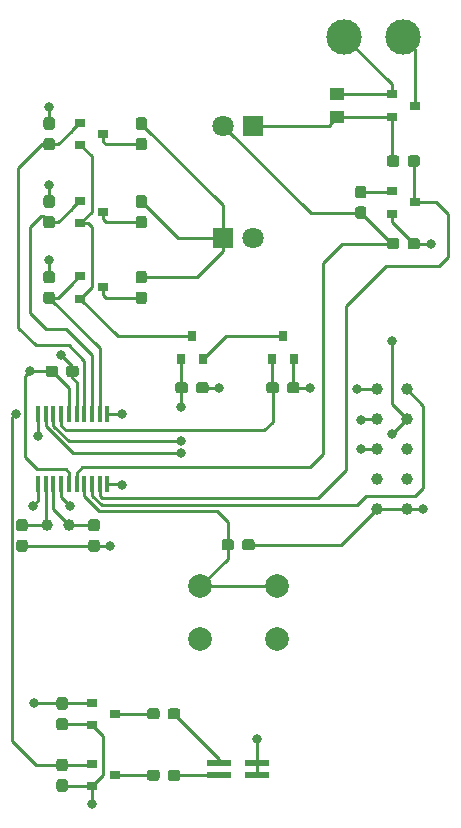
<source format=gtl>
G04 #@! TF.GenerationSoftware,KiCad,Pcbnew,5.0.1-33cea8e~68~ubuntu16.04.1*
G04 #@! TF.CreationDate,2018-11-29T19:17:26+05:30*
G04 #@! TF.ProjectId,senseBeTx_rev2,73656E7365426554785F726576322E6B,rev?*
G04 #@! TF.SameCoordinates,Original*
G04 #@! TF.FileFunction,Copper,L1,Top,Signal*
G04 #@! TF.FilePolarity,Positive*
%FSLAX46Y46*%
G04 Gerber Fmt 4.6, Leading zero omitted, Abs format (unit mm)*
G04 Created by KiCad (PCBNEW 5.0.1-33cea8e~68~ubuntu16.04.1) date Thu Nov 29 19:17:26 2018*
%MOMM*%
%LPD*%
G01*
G04 APERTURE LIST*
G04 #@! TA.AperFunction,SMDPad,CuDef*
%ADD10R,0.450000X1.450000*%
G04 #@! TD*
G04 #@! TA.AperFunction,ComponentPad*
%ADD11C,3.000000*%
G04 #@! TD*
G04 #@! TA.AperFunction,SMDPad,CuDef*
%ADD12R,1.250000X1.000000*%
G04 #@! TD*
G04 #@! TA.AperFunction,Conductor*
%ADD13C,0.100000*%
G04 #@! TD*
G04 #@! TA.AperFunction,SMDPad,CuDef*
%ADD14C,0.950000*%
G04 #@! TD*
G04 #@! TA.AperFunction,ComponentPad*
%ADD15R,1.800000X1.800000*%
G04 #@! TD*
G04 #@! TA.AperFunction,ComponentPad*
%ADD16C,1.800000*%
G04 #@! TD*
G04 #@! TA.AperFunction,ConnectorPad*
%ADD17C,1.000000*%
G04 #@! TD*
G04 #@! TA.AperFunction,SMDPad,CuDef*
%ADD18R,0.900000X0.800000*%
G04 #@! TD*
G04 #@! TA.AperFunction,SMDPad,CuDef*
%ADD19R,0.800000X0.900000*%
G04 #@! TD*
G04 #@! TA.AperFunction,ComponentPad*
%ADD20C,1.000000*%
G04 #@! TD*
G04 #@! TA.AperFunction,SMDPad,CuDef*
%ADD21R,2.000000X0.550000*%
G04 #@! TD*
G04 #@! TA.AperFunction,ComponentPad*
%ADD22C,2.000000*%
G04 #@! TD*
G04 #@! TA.AperFunction,ViaPad*
%ADD23C,0.800000*%
G04 #@! TD*
G04 #@! TA.AperFunction,Conductor*
%ADD24C,0.250000*%
G04 #@! TD*
G04 APERTURE END LIST*
D10*
G04 #@! TO.P,U1,1*
G04 #@! TO.N,GND*
X16075000Y-159850000D03*
G04 #@! TO.P,U1,2*
G04 #@! TO.N,/RCC_OSC32_IN*
X16725000Y-159850000D03*
G04 #@! TO.P,U1,3*
G04 #@! TO.N,/RCC_OSC32_OUT*
X17375000Y-159850000D03*
G04 #@! TO.P,U1,4*
G04 #@! TO.N,/RESET*
X18025000Y-159850000D03*
G04 #@! TO.P,U1,5*
G04 #@! TO.N,VDD*
X18675000Y-159850000D03*
G04 #@! TO.P,U1,6*
G04 #@! TO.N,/LIGHT_SENSE*
X19325000Y-159850000D03*
G04 #@! TO.P,U1,7*
G04 #@! TO.N,/BUTTON*
X19975000Y-159850000D03*
G04 #@! TO.P,U1,8*
G04 #@! TO.N,/USART2_TX*
X20625000Y-159850000D03*
G04 #@! TO.P,U1,9*
G04 #@! TO.N,/RXTX_UART_RX*
X21275000Y-159850000D03*
G04 #@! TO.P,U1,10*
G04 #@! TO.N,/LED_RED*
X21925000Y-159850000D03*
G04 #@! TO.P,U1,11*
G04 #@! TO.N,/LED_GREEN*
X21925000Y-153950000D03*
G04 #@! TO.P,U1,12*
G04 #@! TO.N,/LEDIR_PWR3*
X21275000Y-153950000D03*
G04 #@! TO.P,U1,13*
G04 #@! TO.N,/LEDIR_PWR2*
X20625000Y-153950000D03*
G04 #@! TO.P,U1,14*
G04 #@! TO.N,/LEDIR_PWR1*
X19975000Y-153950000D03*
G04 #@! TO.P,U1,15*
G04 #@! TO.N,GND*
X19325000Y-153950000D03*
G04 #@! TO.P,U1,16*
G04 #@! TO.N,VDD*
X18675000Y-153950000D03*
G04 #@! TO.P,U1,17*
G04 #@! TO.N,/LEDIR_CNTRL2*
X18025000Y-153950000D03*
G04 #@! TO.P,U1,18*
G04 #@! TO.N,/LEDIR_CNTRL1*
X17375000Y-153950000D03*
G04 #@! TO.P,U1,19*
G04 #@! TO.N,/SYS_SWDIO*
X16725000Y-153950000D03*
G04 #@! TO.P,U1,20*
G04 #@! TO.N,/SYS_SWDCLK*
X16075000Y-153950000D03*
G04 #@! TD*
D11*
G04 #@! TO.P,BT1,1*
G04 #@! TO.N,Net-(BT1-Pad1)*
X47000000Y-122000000D03*
G04 #@! TO.P,BT1,2*
G04 #@! TO.N,GND*
X42000000Y-122000000D03*
G04 #@! TD*
D12*
G04 #@! TO.P,C1,1*
G04 #@! TO.N,VDD*
X41400000Y-128800000D03*
G04 #@! TO.P,C1,2*
G04 #@! TO.N,GND*
X41400000Y-126800000D03*
G04 #@! TD*
D13*
G04 #@! TO.N,/BUTTON*
G04 #@! TO.C,C2*
G36*
X32435779Y-164526144D02*
X32458834Y-164529563D01*
X32481443Y-164535227D01*
X32503387Y-164543079D01*
X32524457Y-164553044D01*
X32544448Y-164565026D01*
X32563168Y-164578910D01*
X32580438Y-164594562D01*
X32596090Y-164611832D01*
X32609974Y-164630552D01*
X32621956Y-164650543D01*
X32631921Y-164671613D01*
X32639773Y-164693557D01*
X32645437Y-164716166D01*
X32648856Y-164739221D01*
X32650000Y-164762500D01*
X32650000Y-165237500D01*
X32648856Y-165260779D01*
X32645437Y-165283834D01*
X32639773Y-165306443D01*
X32631921Y-165328387D01*
X32621956Y-165349457D01*
X32609974Y-165369448D01*
X32596090Y-165388168D01*
X32580438Y-165405438D01*
X32563168Y-165421090D01*
X32544448Y-165434974D01*
X32524457Y-165446956D01*
X32503387Y-165456921D01*
X32481443Y-165464773D01*
X32458834Y-165470437D01*
X32435779Y-165473856D01*
X32412500Y-165475000D01*
X31837500Y-165475000D01*
X31814221Y-165473856D01*
X31791166Y-165470437D01*
X31768557Y-165464773D01*
X31746613Y-165456921D01*
X31725543Y-165446956D01*
X31705552Y-165434974D01*
X31686832Y-165421090D01*
X31669562Y-165405438D01*
X31653910Y-165388168D01*
X31640026Y-165369448D01*
X31628044Y-165349457D01*
X31618079Y-165328387D01*
X31610227Y-165306443D01*
X31604563Y-165283834D01*
X31601144Y-165260779D01*
X31600000Y-165237500D01*
X31600000Y-164762500D01*
X31601144Y-164739221D01*
X31604563Y-164716166D01*
X31610227Y-164693557D01*
X31618079Y-164671613D01*
X31628044Y-164650543D01*
X31640026Y-164630552D01*
X31653910Y-164611832D01*
X31669562Y-164594562D01*
X31686832Y-164578910D01*
X31705552Y-164565026D01*
X31725543Y-164553044D01*
X31746613Y-164543079D01*
X31768557Y-164535227D01*
X31791166Y-164529563D01*
X31814221Y-164526144D01*
X31837500Y-164525000D01*
X32412500Y-164525000D01*
X32435779Y-164526144D01*
X32435779Y-164526144D01*
G37*
D14*
G04 #@! TD*
G04 #@! TO.P,C2,1*
G04 #@! TO.N,/BUTTON*
X32125000Y-165000000D03*
D13*
G04 #@! TO.N,GND*
G04 #@! TO.C,C2*
G36*
X34185779Y-164526144D02*
X34208834Y-164529563D01*
X34231443Y-164535227D01*
X34253387Y-164543079D01*
X34274457Y-164553044D01*
X34294448Y-164565026D01*
X34313168Y-164578910D01*
X34330438Y-164594562D01*
X34346090Y-164611832D01*
X34359974Y-164630552D01*
X34371956Y-164650543D01*
X34381921Y-164671613D01*
X34389773Y-164693557D01*
X34395437Y-164716166D01*
X34398856Y-164739221D01*
X34400000Y-164762500D01*
X34400000Y-165237500D01*
X34398856Y-165260779D01*
X34395437Y-165283834D01*
X34389773Y-165306443D01*
X34381921Y-165328387D01*
X34371956Y-165349457D01*
X34359974Y-165369448D01*
X34346090Y-165388168D01*
X34330438Y-165405438D01*
X34313168Y-165421090D01*
X34294448Y-165434974D01*
X34274457Y-165446956D01*
X34253387Y-165456921D01*
X34231443Y-165464773D01*
X34208834Y-165470437D01*
X34185779Y-165473856D01*
X34162500Y-165475000D01*
X33587500Y-165475000D01*
X33564221Y-165473856D01*
X33541166Y-165470437D01*
X33518557Y-165464773D01*
X33496613Y-165456921D01*
X33475543Y-165446956D01*
X33455552Y-165434974D01*
X33436832Y-165421090D01*
X33419562Y-165405438D01*
X33403910Y-165388168D01*
X33390026Y-165369448D01*
X33378044Y-165349457D01*
X33368079Y-165328387D01*
X33360227Y-165306443D01*
X33354563Y-165283834D01*
X33351144Y-165260779D01*
X33350000Y-165237500D01*
X33350000Y-164762500D01*
X33351144Y-164739221D01*
X33354563Y-164716166D01*
X33360227Y-164693557D01*
X33368079Y-164671613D01*
X33378044Y-164650543D01*
X33390026Y-164630552D01*
X33403910Y-164611832D01*
X33419562Y-164594562D01*
X33436832Y-164578910D01*
X33455552Y-164565026D01*
X33475543Y-164553044D01*
X33496613Y-164543079D01*
X33518557Y-164535227D01*
X33541166Y-164529563D01*
X33564221Y-164526144D01*
X33587500Y-164525000D01*
X34162500Y-164525000D01*
X34185779Y-164526144D01*
X34185779Y-164526144D01*
G37*
D14*
G04 #@! TD*
G04 #@! TO.P,C2,2*
G04 #@! TO.N,GND*
X33875000Y-165000000D03*
D13*
G04 #@! TO.N,/RCC_OSC32_OUT*
G04 #@! TO.C,C3*
G36*
X21060779Y-162801144D02*
X21083834Y-162804563D01*
X21106443Y-162810227D01*
X21128387Y-162818079D01*
X21149457Y-162828044D01*
X21169448Y-162840026D01*
X21188168Y-162853910D01*
X21205438Y-162869562D01*
X21221090Y-162886832D01*
X21234974Y-162905552D01*
X21246956Y-162925543D01*
X21256921Y-162946613D01*
X21264773Y-162968557D01*
X21270437Y-162991166D01*
X21273856Y-163014221D01*
X21275000Y-163037500D01*
X21275000Y-163612500D01*
X21273856Y-163635779D01*
X21270437Y-163658834D01*
X21264773Y-163681443D01*
X21256921Y-163703387D01*
X21246956Y-163724457D01*
X21234974Y-163744448D01*
X21221090Y-163763168D01*
X21205438Y-163780438D01*
X21188168Y-163796090D01*
X21169448Y-163809974D01*
X21149457Y-163821956D01*
X21128387Y-163831921D01*
X21106443Y-163839773D01*
X21083834Y-163845437D01*
X21060779Y-163848856D01*
X21037500Y-163850000D01*
X20562500Y-163850000D01*
X20539221Y-163848856D01*
X20516166Y-163845437D01*
X20493557Y-163839773D01*
X20471613Y-163831921D01*
X20450543Y-163821956D01*
X20430552Y-163809974D01*
X20411832Y-163796090D01*
X20394562Y-163780438D01*
X20378910Y-163763168D01*
X20365026Y-163744448D01*
X20353044Y-163724457D01*
X20343079Y-163703387D01*
X20335227Y-163681443D01*
X20329563Y-163658834D01*
X20326144Y-163635779D01*
X20325000Y-163612500D01*
X20325000Y-163037500D01*
X20326144Y-163014221D01*
X20329563Y-162991166D01*
X20335227Y-162968557D01*
X20343079Y-162946613D01*
X20353044Y-162925543D01*
X20365026Y-162905552D01*
X20378910Y-162886832D01*
X20394562Y-162869562D01*
X20411832Y-162853910D01*
X20430552Y-162840026D01*
X20450543Y-162828044D01*
X20471613Y-162818079D01*
X20493557Y-162810227D01*
X20516166Y-162804563D01*
X20539221Y-162801144D01*
X20562500Y-162800000D01*
X21037500Y-162800000D01*
X21060779Y-162801144D01*
X21060779Y-162801144D01*
G37*
D14*
G04 #@! TD*
G04 #@! TO.P,C3,1*
G04 #@! TO.N,/RCC_OSC32_OUT*
X20800000Y-163325000D03*
D13*
G04 #@! TO.N,GND*
G04 #@! TO.C,C3*
G36*
X21060779Y-164551144D02*
X21083834Y-164554563D01*
X21106443Y-164560227D01*
X21128387Y-164568079D01*
X21149457Y-164578044D01*
X21169448Y-164590026D01*
X21188168Y-164603910D01*
X21205438Y-164619562D01*
X21221090Y-164636832D01*
X21234974Y-164655552D01*
X21246956Y-164675543D01*
X21256921Y-164696613D01*
X21264773Y-164718557D01*
X21270437Y-164741166D01*
X21273856Y-164764221D01*
X21275000Y-164787500D01*
X21275000Y-165362500D01*
X21273856Y-165385779D01*
X21270437Y-165408834D01*
X21264773Y-165431443D01*
X21256921Y-165453387D01*
X21246956Y-165474457D01*
X21234974Y-165494448D01*
X21221090Y-165513168D01*
X21205438Y-165530438D01*
X21188168Y-165546090D01*
X21169448Y-165559974D01*
X21149457Y-165571956D01*
X21128387Y-165581921D01*
X21106443Y-165589773D01*
X21083834Y-165595437D01*
X21060779Y-165598856D01*
X21037500Y-165600000D01*
X20562500Y-165600000D01*
X20539221Y-165598856D01*
X20516166Y-165595437D01*
X20493557Y-165589773D01*
X20471613Y-165581921D01*
X20450543Y-165571956D01*
X20430552Y-165559974D01*
X20411832Y-165546090D01*
X20394562Y-165530438D01*
X20378910Y-165513168D01*
X20365026Y-165494448D01*
X20353044Y-165474457D01*
X20343079Y-165453387D01*
X20335227Y-165431443D01*
X20329563Y-165408834D01*
X20326144Y-165385779D01*
X20325000Y-165362500D01*
X20325000Y-164787500D01*
X20326144Y-164764221D01*
X20329563Y-164741166D01*
X20335227Y-164718557D01*
X20343079Y-164696613D01*
X20353044Y-164675543D01*
X20365026Y-164655552D01*
X20378910Y-164636832D01*
X20394562Y-164619562D01*
X20411832Y-164603910D01*
X20430552Y-164590026D01*
X20450543Y-164578044D01*
X20471613Y-164568079D01*
X20493557Y-164560227D01*
X20516166Y-164554563D01*
X20539221Y-164551144D01*
X20562500Y-164550000D01*
X21037500Y-164550000D01*
X21060779Y-164551144D01*
X21060779Y-164551144D01*
G37*
D14*
G04 #@! TD*
G04 #@! TO.P,C3,2*
G04 #@! TO.N,GND*
X20800000Y-165075000D03*
D13*
G04 #@! TO.N,GND*
G04 #@! TO.C,C4*
G36*
X14960779Y-164551144D02*
X14983834Y-164554563D01*
X15006443Y-164560227D01*
X15028387Y-164568079D01*
X15049457Y-164578044D01*
X15069448Y-164590026D01*
X15088168Y-164603910D01*
X15105438Y-164619562D01*
X15121090Y-164636832D01*
X15134974Y-164655552D01*
X15146956Y-164675543D01*
X15156921Y-164696613D01*
X15164773Y-164718557D01*
X15170437Y-164741166D01*
X15173856Y-164764221D01*
X15175000Y-164787500D01*
X15175000Y-165362500D01*
X15173856Y-165385779D01*
X15170437Y-165408834D01*
X15164773Y-165431443D01*
X15156921Y-165453387D01*
X15146956Y-165474457D01*
X15134974Y-165494448D01*
X15121090Y-165513168D01*
X15105438Y-165530438D01*
X15088168Y-165546090D01*
X15069448Y-165559974D01*
X15049457Y-165571956D01*
X15028387Y-165581921D01*
X15006443Y-165589773D01*
X14983834Y-165595437D01*
X14960779Y-165598856D01*
X14937500Y-165600000D01*
X14462500Y-165600000D01*
X14439221Y-165598856D01*
X14416166Y-165595437D01*
X14393557Y-165589773D01*
X14371613Y-165581921D01*
X14350543Y-165571956D01*
X14330552Y-165559974D01*
X14311832Y-165546090D01*
X14294562Y-165530438D01*
X14278910Y-165513168D01*
X14265026Y-165494448D01*
X14253044Y-165474457D01*
X14243079Y-165453387D01*
X14235227Y-165431443D01*
X14229563Y-165408834D01*
X14226144Y-165385779D01*
X14225000Y-165362500D01*
X14225000Y-164787500D01*
X14226144Y-164764221D01*
X14229563Y-164741166D01*
X14235227Y-164718557D01*
X14243079Y-164696613D01*
X14253044Y-164675543D01*
X14265026Y-164655552D01*
X14278910Y-164636832D01*
X14294562Y-164619562D01*
X14311832Y-164603910D01*
X14330552Y-164590026D01*
X14350543Y-164578044D01*
X14371613Y-164568079D01*
X14393557Y-164560227D01*
X14416166Y-164554563D01*
X14439221Y-164551144D01*
X14462500Y-164550000D01*
X14937500Y-164550000D01*
X14960779Y-164551144D01*
X14960779Y-164551144D01*
G37*
D14*
G04 #@! TD*
G04 #@! TO.P,C4,2*
G04 #@! TO.N,GND*
X14700000Y-165075000D03*
D13*
G04 #@! TO.N,/RCC_OSC32_IN*
G04 #@! TO.C,C4*
G36*
X14960779Y-162801144D02*
X14983834Y-162804563D01*
X15006443Y-162810227D01*
X15028387Y-162818079D01*
X15049457Y-162828044D01*
X15069448Y-162840026D01*
X15088168Y-162853910D01*
X15105438Y-162869562D01*
X15121090Y-162886832D01*
X15134974Y-162905552D01*
X15146956Y-162925543D01*
X15156921Y-162946613D01*
X15164773Y-162968557D01*
X15170437Y-162991166D01*
X15173856Y-163014221D01*
X15175000Y-163037500D01*
X15175000Y-163612500D01*
X15173856Y-163635779D01*
X15170437Y-163658834D01*
X15164773Y-163681443D01*
X15156921Y-163703387D01*
X15146956Y-163724457D01*
X15134974Y-163744448D01*
X15121090Y-163763168D01*
X15105438Y-163780438D01*
X15088168Y-163796090D01*
X15069448Y-163809974D01*
X15049457Y-163821956D01*
X15028387Y-163831921D01*
X15006443Y-163839773D01*
X14983834Y-163845437D01*
X14960779Y-163848856D01*
X14937500Y-163850000D01*
X14462500Y-163850000D01*
X14439221Y-163848856D01*
X14416166Y-163845437D01*
X14393557Y-163839773D01*
X14371613Y-163831921D01*
X14350543Y-163821956D01*
X14330552Y-163809974D01*
X14311832Y-163796090D01*
X14294562Y-163780438D01*
X14278910Y-163763168D01*
X14265026Y-163744448D01*
X14253044Y-163724457D01*
X14243079Y-163703387D01*
X14235227Y-163681443D01*
X14229563Y-163658834D01*
X14226144Y-163635779D01*
X14225000Y-163612500D01*
X14225000Y-163037500D01*
X14226144Y-163014221D01*
X14229563Y-162991166D01*
X14235227Y-162968557D01*
X14243079Y-162946613D01*
X14253044Y-162925543D01*
X14265026Y-162905552D01*
X14278910Y-162886832D01*
X14294562Y-162869562D01*
X14311832Y-162853910D01*
X14330552Y-162840026D01*
X14350543Y-162828044D01*
X14371613Y-162818079D01*
X14393557Y-162810227D01*
X14416166Y-162804563D01*
X14439221Y-162801144D01*
X14462500Y-162800000D01*
X14937500Y-162800000D01*
X14960779Y-162801144D01*
X14960779Y-162801144D01*
G37*
D14*
G04 #@! TD*
G04 #@! TO.P,C4,1*
G04 #@! TO.N,/RCC_OSC32_IN*
X14700000Y-163325000D03*
D15*
G04 #@! TO.P,D1,1*
G04 #@! TO.N,VDD*
X34300000Y-129500000D03*
D16*
G04 #@! TO.P,D1,2*
G04 #@! TO.N,/LIGHT_SENSE*
X31760000Y-129500000D03*
G04 #@! TD*
D15*
G04 #@! TO.P,D3,1*
G04 #@! TO.N,Net-(D3-Pad1)*
X31700000Y-139000000D03*
D16*
G04 #@! TO.P,D3,2*
G04 #@! TO.N,VDD*
X34240000Y-139000000D03*
G04 #@! TD*
D17*
G04 #@! TO.P,P1,1*
G04 #@! TO.N,/SYS_SWDIO*
X44730000Y-151820000D03*
G04 #@! TO.P,P1,3*
G04 #@! TO.N,/SYS_SWDCLK*
X44730000Y-154360000D03*
G04 #@! TO.P,P1,5*
G04 #@! TO.N,/RESET*
X44730000Y-156900000D03*
G04 #@! TO.P,P1,7*
G04 #@! TO.N,N/C*
X44730000Y-159440000D03*
G04 #@! TO.P,P1,9*
G04 #@! TO.N,GND*
X44730000Y-161980000D03*
G04 #@! TO.P,P1,10*
X47270000Y-161980000D03*
G04 #@! TO.P,P1,8*
G04 #@! TO.N,N/C*
X47270000Y-159440000D03*
G04 #@! TO.P,P1,6*
X47270000Y-156900000D03*
G04 #@! TO.P,P1,4*
G04 #@! TO.N,VDD*
X47270000Y-154360000D03*
G04 #@! TO.P,P1,2*
G04 #@! TO.N,/USART2_TX*
X47270000Y-151820000D03*
G04 #@! TD*
D18*
G04 #@! TO.P,Q2,1*
G04 #@! TO.N,GND*
X46000000Y-126850000D03*
G04 #@! TO.P,Q2,2*
G04 #@! TO.N,VDD*
X46000000Y-128750000D03*
G04 #@! TO.P,Q2,3*
G04 #@! TO.N,Net-(BT1-Pad1)*
X48000000Y-127800000D03*
G04 #@! TD*
G04 #@! TO.P,Q3,3*
G04 #@! TO.N,Net-(Q3-Pad3)*
X22600000Y-184500000D03*
G04 #@! TO.P,Q3,2*
G04 #@! TO.N,GND*
X20600000Y-185450000D03*
G04 #@! TO.P,Q3,1*
G04 #@! TO.N,/LED_GREEN*
X20600000Y-183550000D03*
G04 #@! TD*
G04 #@! TO.P,Q4,1*
G04 #@! TO.N,/LED_RED*
X20600000Y-178350000D03*
G04 #@! TO.P,Q4,2*
G04 #@! TO.N,GND*
X20600000Y-180250000D03*
G04 #@! TO.P,Q4,3*
G04 #@! TO.N,Net-(Q4-Pad3)*
X22600000Y-179300000D03*
G04 #@! TD*
G04 #@! TO.P,Q5,3*
G04 #@! TO.N,/2R7*
X21600000Y-143200000D03*
G04 #@! TO.P,Q5,2*
G04 #@! TO.N,/R_CNTRL*
X19600000Y-144150000D03*
G04 #@! TO.P,Q5,1*
G04 #@! TO.N,/LEDIR_PWR3*
X19600000Y-142250000D03*
G04 #@! TD*
G04 #@! TO.P,Q6,1*
G04 #@! TO.N,/LEDIR_PWR2*
X19600000Y-135850000D03*
G04 #@! TO.P,Q6,2*
G04 #@! TO.N,/R_CNTRL*
X19600000Y-137750000D03*
G04 #@! TO.P,Q6,3*
G04 #@! TO.N,/R20*
X21600000Y-136800000D03*
G04 #@! TD*
D19*
G04 #@! TO.P,Q7,3*
G04 #@! TO.N,/R_CNTRL*
X29100000Y-147300000D03*
G04 #@! TO.P,Q7,2*
G04 #@! TO.N,Net-(Q7-Pad2)*
X30050000Y-149300000D03*
G04 #@! TO.P,Q7,1*
G04 #@! TO.N,/LEDIR_CNTRL1*
X28150000Y-149300000D03*
G04 #@! TD*
G04 #@! TO.P,Q8,1*
G04 #@! TO.N,/LEDIR_CNTRL2*
X35850000Y-149300000D03*
G04 #@! TO.P,Q8,2*
G04 #@! TO.N,GND*
X37750000Y-149300000D03*
G04 #@! TO.P,Q8,3*
G04 #@! TO.N,Net-(Q7-Pad2)*
X36800000Y-147300000D03*
G04 #@! TD*
D13*
G04 #@! TO.N,/RXTX_UART_RX*
G04 #@! TO.C,R1*
G36*
X48185779Y-132026144D02*
X48208834Y-132029563D01*
X48231443Y-132035227D01*
X48253387Y-132043079D01*
X48274457Y-132053044D01*
X48294448Y-132065026D01*
X48313168Y-132078910D01*
X48330438Y-132094562D01*
X48346090Y-132111832D01*
X48359974Y-132130552D01*
X48371956Y-132150543D01*
X48381921Y-132171613D01*
X48389773Y-132193557D01*
X48395437Y-132216166D01*
X48398856Y-132239221D01*
X48400000Y-132262500D01*
X48400000Y-132737500D01*
X48398856Y-132760779D01*
X48395437Y-132783834D01*
X48389773Y-132806443D01*
X48381921Y-132828387D01*
X48371956Y-132849457D01*
X48359974Y-132869448D01*
X48346090Y-132888168D01*
X48330438Y-132905438D01*
X48313168Y-132921090D01*
X48294448Y-132934974D01*
X48274457Y-132946956D01*
X48253387Y-132956921D01*
X48231443Y-132964773D01*
X48208834Y-132970437D01*
X48185779Y-132973856D01*
X48162500Y-132975000D01*
X47587500Y-132975000D01*
X47564221Y-132973856D01*
X47541166Y-132970437D01*
X47518557Y-132964773D01*
X47496613Y-132956921D01*
X47475543Y-132946956D01*
X47455552Y-132934974D01*
X47436832Y-132921090D01*
X47419562Y-132905438D01*
X47403910Y-132888168D01*
X47390026Y-132869448D01*
X47378044Y-132849457D01*
X47368079Y-132828387D01*
X47360227Y-132806443D01*
X47354563Y-132783834D01*
X47351144Y-132760779D01*
X47350000Y-132737500D01*
X47350000Y-132262500D01*
X47351144Y-132239221D01*
X47354563Y-132216166D01*
X47360227Y-132193557D01*
X47368079Y-132171613D01*
X47378044Y-132150543D01*
X47390026Y-132130552D01*
X47403910Y-132111832D01*
X47419562Y-132094562D01*
X47436832Y-132078910D01*
X47455552Y-132065026D01*
X47475543Y-132053044D01*
X47496613Y-132043079D01*
X47518557Y-132035227D01*
X47541166Y-132029563D01*
X47564221Y-132026144D01*
X47587500Y-132025000D01*
X48162500Y-132025000D01*
X48185779Y-132026144D01*
X48185779Y-132026144D01*
G37*
D14*
G04 #@! TD*
G04 #@! TO.P,R1,2*
G04 #@! TO.N,/RXTX_UART_RX*
X47875000Y-132500000D03*
D13*
G04 #@! TO.N,VDD*
G04 #@! TO.C,R1*
G36*
X46435779Y-132026144D02*
X46458834Y-132029563D01*
X46481443Y-132035227D01*
X46503387Y-132043079D01*
X46524457Y-132053044D01*
X46544448Y-132065026D01*
X46563168Y-132078910D01*
X46580438Y-132094562D01*
X46596090Y-132111832D01*
X46609974Y-132130552D01*
X46621956Y-132150543D01*
X46631921Y-132171613D01*
X46639773Y-132193557D01*
X46645437Y-132216166D01*
X46648856Y-132239221D01*
X46650000Y-132262500D01*
X46650000Y-132737500D01*
X46648856Y-132760779D01*
X46645437Y-132783834D01*
X46639773Y-132806443D01*
X46631921Y-132828387D01*
X46621956Y-132849457D01*
X46609974Y-132869448D01*
X46596090Y-132888168D01*
X46580438Y-132905438D01*
X46563168Y-132921090D01*
X46544448Y-132934974D01*
X46524457Y-132946956D01*
X46503387Y-132956921D01*
X46481443Y-132964773D01*
X46458834Y-132970437D01*
X46435779Y-132973856D01*
X46412500Y-132975000D01*
X45837500Y-132975000D01*
X45814221Y-132973856D01*
X45791166Y-132970437D01*
X45768557Y-132964773D01*
X45746613Y-132956921D01*
X45725543Y-132946956D01*
X45705552Y-132934974D01*
X45686832Y-132921090D01*
X45669562Y-132905438D01*
X45653910Y-132888168D01*
X45640026Y-132869448D01*
X45628044Y-132849457D01*
X45618079Y-132828387D01*
X45610227Y-132806443D01*
X45604563Y-132783834D01*
X45601144Y-132760779D01*
X45600000Y-132737500D01*
X45600000Y-132262500D01*
X45601144Y-132239221D01*
X45604563Y-132216166D01*
X45610227Y-132193557D01*
X45618079Y-132171613D01*
X45628044Y-132150543D01*
X45640026Y-132130552D01*
X45653910Y-132111832D01*
X45669562Y-132094562D01*
X45686832Y-132078910D01*
X45705552Y-132065026D01*
X45725543Y-132053044D01*
X45746613Y-132043079D01*
X45768557Y-132035227D01*
X45791166Y-132029563D01*
X45814221Y-132026144D01*
X45837500Y-132025000D01*
X46412500Y-132025000D01*
X46435779Y-132026144D01*
X46435779Y-132026144D01*
G37*
D14*
G04 #@! TD*
G04 #@! TO.P,R1,1*
G04 #@! TO.N,VDD*
X46125000Y-132500000D03*
D13*
G04 #@! TO.N,/LIGHT_SENSE*
G04 #@! TO.C,R2*
G36*
X43660779Y-136351144D02*
X43683834Y-136354563D01*
X43706443Y-136360227D01*
X43728387Y-136368079D01*
X43749457Y-136378044D01*
X43769448Y-136390026D01*
X43788168Y-136403910D01*
X43805438Y-136419562D01*
X43821090Y-136436832D01*
X43834974Y-136455552D01*
X43846956Y-136475543D01*
X43856921Y-136496613D01*
X43864773Y-136518557D01*
X43870437Y-136541166D01*
X43873856Y-136564221D01*
X43875000Y-136587500D01*
X43875000Y-137162500D01*
X43873856Y-137185779D01*
X43870437Y-137208834D01*
X43864773Y-137231443D01*
X43856921Y-137253387D01*
X43846956Y-137274457D01*
X43834974Y-137294448D01*
X43821090Y-137313168D01*
X43805438Y-137330438D01*
X43788168Y-137346090D01*
X43769448Y-137359974D01*
X43749457Y-137371956D01*
X43728387Y-137381921D01*
X43706443Y-137389773D01*
X43683834Y-137395437D01*
X43660779Y-137398856D01*
X43637500Y-137400000D01*
X43162500Y-137400000D01*
X43139221Y-137398856D01*
X43116166Y-137395437D01*
X43093557Y-137389773D01*
X43071613Y-137381921D01*
X43050543Y-137371956D01*
X43030552Y-137359974D01*
X43011832Y-137346090D01*
X42994562Y-137330438D01*
X42978910Y-137313168D01*
X42965026Y-137294448D01*
X42953044Y-137274457D01*
X42943079Y-137253387D01*
X42935227Y-137231443D01*
X42929563Y-137208834D01*
X42926144Y-137185779D01*
X42925000Y-137162500D01*
X42925000Y-136587500D01*
X42926144Y-136564221D01*
X42929563Y-136541166D01*
X42935227Y-136518557D01*
X42943079Y-136496613D01*
X42953044Y-136475543D01*
X42965026Y-136455552D01*
X42978910Y-136436832D01*
X42994562Y-136419562D01*
X43011832Y-136403910D01*
X43030552Y-136390026D01*
X43050543Y-136378044D01*
X43071613Y-136368079D01*
X43093557Y-136360227D01*
X43116166Y-136354563D01*
X43139221Y-136351144D01*
X43162500Y-136350000D01*
X43637500Y-136350000D01*
X43660779Y-136351144D01*
X43660779Y-136351144D01*
G37*
D14*
G04 #@! TD*
G04 #@! TO.P,R2,1*
G04 #@! TO.N,/LIGHT_SENSE*
X43400000Y-136875000D03*
D13*
G04 #@! TO.N,Net-(Q1-Pad1)*
G04 #@! TO.C,R2*
G36*
X43660779Y-134601144D02*
X43683834Y-134604563D01*
X43706443Y-134610227D01*
X43728387Y-134618079D01*
X43749457Y-134628044D01*
X43769448Y-134640026D01*
X43788168Y-134653910D01*
X43805438Y-134669562D01*
X43821090Y-134686832D01*
X43834974Y-134705552D01*
X43846956Y-134725543D01*
X43856921Y-134746613D01*
X43864773Y-134768557D01*
X43870437Y-134791166D01*
X43873856Y-134814221D01*
X43875000Y-134837500D01*
X43875000Y-135412500D01*
X43873856Y-135435779D01*
X43870437Y-135458834D01*
X43864773Y-135481443D01*
X43856921Y-135503387D01*
X43846956Y-135524457D01*
X43834974Y-135544448D01*
X43821090Y-135563168D01*
X43805438Y-135580438D01*
X43788168Y-135596090D01*
X43769448Y-135609974D01*
X43749457Y-135621956D01*
X43728387Y-135631921D01*
X43706443Y-135639773D01*
X43683834Y-135645437D01*
X43660779Y-135648856D01*
X43637500Y-135650000D01*
X43162500Y-135650000D01*
X43139221Y-135648856D01*
X43116166Y-135645437D01*
X43093557Y-135639773D01*
X43071613Y-135631921D01*
X43050543Y-135621956D01*
X43030552Y-135609974D01*
X43011832Y-135596090D01*
X42994562Y-135580438D01*
X42978910Y-135563168D01*
X42965026Y-135544448D01*
X42953044Y-135524457D01*
X42943079Y-135503387D01*
X42935227Y-135481443D01*
X42929563Y-135458834D01*
X42926144Y-135435779D01*
X42925000Y-135412500D01*
X42925000Y-134837500D01*
X42926144Y-134814221D01*
X42929563Y-134791166D01*
X42935227Y-134768557D01*
X42943079Y-134746613D01*
X42953044Y-134725543D01*
X42965026Y-134705552D01*
X42978910Y-134686832D01*
X42994562Y-134669562D01*
X43011832Y-134653910D01*
X43030552Y-134640026D01*
X43050543Y-134628044D01*
X43071613Y-134618079D01*
X43093557Y-134610227D01*
X43116166Y-134604563D01*
X43139221Y-134601144D01*
X43162500Y-134600000D01*
X43637500Y-134600000D01*
X43660779Y-134601144D01*
X43660779Y-134601144D01*
G37*
D14*
G04 #@! TD*
G04 #@! TO.P,R2,2*
G04 #@! TO.N,Net-(Q1-Pad1)*
X43400000Y-135125000D03*
D13*
G04 #@! TO.N,GND*
G04 #@! TO.C,R3*
G36*
X48185779Y-139026144D02*
X48208834Y-139029563D01*
X48231443Y-139035227D01*
X48253387Y-139043079D01*
X48274457Y-139053044D01*
X48294448Y-139065026D01*
X48313168Y-139078910D01*
X48330438Y-139094562D01*
X48346090Y-139111832D01*
X48359974Y-139130552D01*
X48371956Y-139150543D01*
X48381921Y-139171613D01*
X48389773Y-139193557D01*
X48395437Y-139216166D01*
X48398856Y-139239221D01*
X48400000Y-139262500D01*
X48400000Y-139737500D01*
X48398856Y-139760779D01*
X48395437Y-139783834D01*
X48389773Y-139806443D01*
X48381921Y-139828387D01*
X48371956Y-139849457D01*
X48359974Y-139869448D01*
X48346090Y-139888168D01*
X48330438Y-139905438D01*
X48313168Y-139921090D01*
X48294448Y-139934974D01*
X48274457Y-139946956D01*
X48253387Y-139956921D01*
X48231443Y-139964773D01*
X48208834Y-139970437D01*
X48185779Y-139973856D01*
X48162500Y-139975000D01*
X47587500Y-139975000D01*
X47564221Y-139973856D01*
X47541166Y-139970437D01*
X47518557Y-139964773D01*
X47496613Y-139956921D01*
X47475543Y-139946956D01*
X47455552Y-139934974D01*
X47436832Y-139921090D01*
X47419562Y-139905438D01*
X47403910Y-139888168D01*
X47390026Y-139869448D01*
X47378044Y-139849457D01*
X47368079Y-139828387D01*
X47360227Y-139806443D01*
X47354563Y-139783834D01*
X47351144Y-139760779D01*
X47350000Y-139737500D01*
X47350000Y-139262500D01*
X47351144Y-139239221D01*
X47354563Y-139216166D01*
X47360227Y-139193557D01*
X47368079Y-139171613D01*
X47378044Y-139150543D01*
X47390026Y-139130552D01*
X47403910Y-139111832D01*
X47419562Y-139094562D01*
X47436832Y-139078910D01*
X47455552Y-139065026D01*
X47475543Y-139053044D01*
X47496613Y-139043079D01*
X47518557Y-139035227D01*
X47541166Y-139029563D01*
X47564221Y-139026144D01*
X47587500Y-139025000D01*
X48162500Y-139025000D01*
X48185779Y-139026144D01*
X48185779Y-139026144D01*
G37*
D14*
G04 #@! TD*
G04 #@! TO.P,R3,2*
G04 #@! TO.N,GND*
X47875000Y-139500000D03*
D13*
G04 #@! TO.N,/LIGHT_SENSE*
G04 #@! TO.C,R3*
G36*
X46435779Y-139026144D02*
X46458834Y-139029563D01*
X46481443Y-139035227D01*
X46503387Y-139043079D01*
X46524457Y-139053044D01*
X46544448Y-139065026D01*
X46563168Y-139078910D01*
X46580438Y-139094562D01*
X46596090Y-139111832D01*
X46609974Y-139130552D01*
X46621956Y-139150543D01*
X46631921Y-139171613D01*
X46639773Y-139193557D01*
X46645437Y-139216166D01*
X46648856Y-139239221D01*
X46650000Y-139262500D01*
X46650000Y-139737500D01*
X46648856Y-139760779D01*
X46645437Y-139783834D01*
X46639773Y-139806443D01*
X46631921Y-139828387D01*
X46621956Y-139849457D01*
X46609974Y-139869448D01*
X46596090Y-139888168D01*
X46580438Y-139905438D01*
X46563168Y-139921090D01*
X46544448Y-139934974D01*
X46524457Y-139946956D01*
X46503387Y-139956921D01*
X46481443Y-139964773D01*
X46458834Y-139970437D01*
X46435779Y-139973856D01*
X46412500Y-139975000D01*
X45837500Y-139975000D01*
X45814221Y-139973856D01*
X45791166Y-139970437D01*
X45768557Y-139964773D01*
X45746613Y-139956921D01*
X45725543Y-139946956D01*
X45705552Y-139934974D01*
X45686832Y-139921090D01*
X45669562Y-139905438D01*
X45653910Y-139888168D01*
X45640026Y-139869448D01*
X45628044Y-139849457D01*
X45618079Y-139828387D01*
X45610227Y-139806443D01*
X45604563Y-139783834D01*
X45601144Y-139760779D01*
X45600000Y-139737500D01*
X45600000Y-139262500D01*
X45601144Y-139239221D01*
X45604563Y-139216166D01*
X45610227Y-139193557D01*
X45618079Y-139171613D01*
X45628044Y-139150543D01*
X45640026Y-139130552D01*
X45653910Y-139111832D01*
X45669562Y-139094562D01*
X45686832Y-139078910D01*
X45705552Y-139065026D01*
X45725543Y-139053044D01*
X45746613Y-139043079D01*
X45768557Y-139035227D01*
X45791166Y-139029563D01*
X45814221Y-139026144D01*
X45837500Y-139025000D01*
X46412500Y-139025000D01*
X46435779Y-139026144D01*
X46435779Y-139026144D01*
G37*
D14*
G04 #@! TD*
G04 #@! TO.P,R3,1*
G04 #@! TO.N,/LIGHT_SENSE*
X46125000Y-139500000D03*
D13*
G04 #@! TO.N,Net-(D2-Pad2)*
G04 #@! TO.C,R4*
G36*
X27885779Y-178826144D02*
X27908834Y-178829563D01*
X27931443Y-178835227D01*
X27953387Y-178843079D01*
X27974457Y-178853044D01*
X27994448Y-178865026D01*
X28013168Y-178878910D01*
X28030438Y-178894562D01*
X28046090Y-178911832D01*
X28059974Y-178930552D01*
X28071956Y-178950543D01*
X28081921Y-178971613D01*
X28089773Y-178993557D01*
X28095437Y-179016166D01*
X28098856Y-179039221D01*
X28100000Y-179062500D01*
X28100000Y-179537500D01*
X28098856Y-179560779D01*
X28095437Y-179583834D01*
X28089773Y-179606443D01*
X28081921Y-179628387D01*
X28071956Y-179649457D01*
X28059974Y-179669448D01*
X28046090Y-179688168D01*
X28030438Y-179705438D01*
X28013168Y-179721090D01*
X27994448Y-179734974D01*
X27974457Y-179746956D01*
X27953387Y-179756921D01*
X27931443Y-179764773D01*
X27908834Y-179770437D01*
X27885779Y-179773856D01*
X27862500Y-179775000D01*
X27287500Y-179775000D01*
X27264221Y-179773856D01*
X27241166Y-179770437D01*
X27218557Y-179764773D01*
X27196613Y-179756921D01*
X27175543Y-179746956D01*
X27155552Y-179734974D01*
X27136832Y-179721090D01*
X27119562Y-179705438D01*
X27103910Y-179688168D01*
X27090026Y-179669448D01*
X27078044Y-179649457D01*
X27068079Y-179628387D01*
X27060227Y-179606443D01*
X27054563Y-179583834D01*
X27051144Y-179560779D01*
X27050000Y-179537500D01*
X27050000Y-179062500D01*
X27051144Y-179039221D01*
X27054563Y-179016166D01*
X27060227Y-178993557D01*
X27068079Y-178971613D01*
X27078044Y-178950543D01*
X27090026Y-178930552D01*
X27103910Y-178911832D01*
X27119562Y-178894562D01*
X27136832Y-178878910D01*
X27155552Y-178865026D01*
X27175543Y-178853044D01*
X27196613Y-178843079D01*
X27218557Y-178835227D01*
X27241166Y-178829563D01*
X27264221Y-178826144D01*
X27287500Y-178825000D01*
X27862500Y-178825000D01*
X27885779Y-178826144D01*
X27885779Y-178826144D01*
G37*
D14*
G04 #@! TD*
G04 #@! TO.P,R4,2*
G04 #@! TO.N,Net-(D2-Pad2)*
X27575000Y-179300000D03*
D13*
G04 #@! TO.N,Net-(Q4-Pad3)*
G04 #@! TO.C,R4*
G36*
X26135779Y-178826144D02*
X26158834Y-178829563D01*
X26181443Y-178835227D01*
X26203387Y-178843079D01*
X26224457Y-178853044D01*
X26244448Y-178865026D01*
X26263168Y-178878910D01*
X26280438Y-178894562D01*
X26296090Y-178911832D01*
X26309974Y-178930552D01*
X26321956Y-178950543D01*
X26331921Y-178971613D01*
X26339773Y-178993557D01*
X26345437Y-179016166D01*
X26348856Y-179039221D01*
X26350000Y-179062500D01*
X26350000Y-179537500D01*
X26348856Y-179560779D01*
X26345437Y-179583834D01*
X26339773Y-179606443D01*
X26331921Y-179628387D01*
X26321956Y-179649457D01*
X26309974Y-179669448D01*
X26296090Y-179688168D01*
X26280438Y-179705438D01*
X26263168Y-179721090D01*
X26244448Y-179734974D01*
X26224457Y-179746956D01*
X26203387Y-179756921D01*
X26181443Y-179764773D01*
X26158834Y-179770437D01*
X26135779Y-179773856D01*
X26112500Y-179775000D01*
X25537500Y-179775000D01*
X25514221Y-179773856D01*
X25491166Y-179770437D01*
X25468557Y-179764773D01*
X25446613Y-179756921D01*
X25425543Y-179746956D01*
X25405552Y-179734974D01*
X25386832Y-179721090D01*
X25369562Y-179705438D01*
X25353910Y-179688168D01*
X25340026Y-179669448D01*
X25328044Y-179649457D01*
X25318079Y-179628387D01*
X25310227Y-179606443D01*
X25304563Y-179583834D01*
X25301144Y-179560779D01*
X25300000Y-179537500D01*
X25300000Y-179062500D01*
X25301144Y-179039221D01*
X25304563Y-179016166D01*
X25310227Y-178993557D01*
X25318079Y-178971613D01*
X25328044Y-178950543D01*
X25340026Y-178930552D01*
X25353910Y-178911832D01*
X25369562Y-178894562D01*
X25386832Y-178878910D01*
X25405552Y-178865026D01*
X25425543Y-178853044D01*
X25446613Y-178843079D01*
X25468557Y-178835227D01*
X25491166Y-178829563D01*
X25514221Y-178826144D01*
X25537500Y-178825000D01*
X26112500Y-178825000D01*
X26135779Y-178826144D01*
X26135779Y-178826144D01*
G37*
D14*
G04 #@! TD*
G04 #@! TO.P,R4,1*
G04 #@! TO.N,Net-(Q4-Pad3)*
X25825000Y-179300000D03*
D13*
G04 #@! TO.N,Net-(Q3-Pad3)*
G04 #@! TO.C,R5*
G36*
X26135779Y-184026144D02*
X26158834Y-184029563D01*
X26181443Y-184035227D01*
X26203387Y-184043079D01*
X26224457Y-184053044D01*
X26244448Y-184065026D01*
X26263168Y-184078910D01*
X26280438Y-184094562D01*
X26296090Y-184111832D01*
X26309974Y-184130552D01*
X26321956Y-184150543D01*
X26331921Y-184171613D01*
X26339773Y-184193557D01*
X26345437Y-184216166D01*
X26348856Y-184239221D01*
X26350000Y-184262500D01*
X26350000Y-184737500D01*
X26348856Y-184760779D01*
X26345437Y-184783834D01*
X26339773Y-184806443D01*
X26331921Y-184828387D01*
X26321956Y-184849457D01*
X26309974Y-184869448D01*
X26296090Y-184888168D01*
X26280438Y-184905438D01*
X26263168Y-184921090D01*
X26244448Y-184934974D01*
X26224457Y-184946956D01*
X26203387Y-184956921D01*
X26181443Y-184964773D01*
X26158834Y-184970437D01*
X26135779Y-184973856D01*
X26112500Y-184975000D01*
X25537500Y-184975000D01*
X25514221Y-184973856D01*
X25491166Y-184970437D01*
X25468557Y-184964773D01*
X25446613Y-184956921D01*
X25425543Y-184946956D01*
X25405552Y-184934974D01*
X25386832Y-184921090D01*
X25369562Y-184905438D01*
X25353910Y-184888168D01*
X25340026Y-184869448D01*
X25328044Y-184849457D01*
X25318079Y-184828387D01*
X25310227Y-184806443D01*
X25304563Y-184783834D01*
X25301144Y-184760779D01*
X25300000Y-184737500D01*
X25300000Y-184262500D01*
X25301144Y-184239221D01*
X25304563Y-184216166D01*
X25310227Y-184193557D01*
X25318079Y-184171613D01*
X25328044Y-184150543D01*
X25340026Y-184130552D01*
X25353910Y-184111832D01*
X25369562Y-184094562D01*
X25386832Y-184078910D01*
X25405552Y-184065026D01*
X25425543Y-184053044D01*
X25446613Y-184043079D01*
X25468557Y-184035227D01*
X25491166Y-184029563D01*
X25514221Y-184026144D01*
X25537500Y-184025000D01*
X26112500Y-184025000D01*
X26135779Y-184026144D01*
X26135779Y-184026144D01*
G37*
D14*
G04 #@! TD*
G04 #@! TO.P,R5,1*
G04 #@! TO.N,Net-(Q3-Pad3)*
X25825000Y-184500000D03*
D13*
G04 #@! TO.N,Net-(D2-Pad4)*
G04 #@! TO.C,R5*
G36*
X27885779Y-184026144D02*
X27908834Y-184029563D01*
X27931443Y-184035227D01*
X27953387Y-184043079D01*
X27974457Y-184053044D01*
X27994448Y-184065026D01*
X28013168Y-184078910D01*
X28030438Y-184094562D01*
X28046090Y-184111832D01*
X28059974Y-184130552D01*
X28071956Y-184150543D01*
X28081921Y-184171613D01*
X28089773Y-184193557D01*
X28095437Y-184216166D01*
X28098856Y-184239221D01*
X28100000Y-184262500D01*
X28100000Y-184737500D01*
X28098856Y-184760779D01*
X28095437Y-184783834D01*
X28089773Y-184806443D01*
X28081921Y-184828387D01*
X28071956Y-184849457D01*
X28059974Y-184869448D01*
X28046090Y-184888168D01*
X28030438Y-184905438D01*
X28013168Y-184921090D01*
X27994448Y-184934974D01*
X27974457Y-184946956D01*
X27953387Y-184956921D01*
X27931443Y-184964773D01*
X27908834Y-184970437D01*
X27885779Y-184973856D01*
X27862500Y-184975000D01*
X27287500Y-184975000D01*
X27264221Y-184973856D01*
X27241166Y-184970437D01*
X27218557Y-184964773D01*
X27196613Y-184956921D01*
X27175543Y-184946956D01*
X27155552Y-184934974D01*
X27136832Y-184921090D01*
X27119562Y-184905438D01*
X27103910Y-184888168D01*
X27090026Y-184869448D01*
X27078044Y-184849457D01*
X27068079Y-184828387D01*
X27060227Y-184806443D01*
X27054563Y-184783834D01*
X27051144Y-184760779D01*
X27050000Y-184737500D01*
X27050000Y-184262500D01*
X27051144Y-184239221D01*
X27054563Y-184216166D01*
X27060227Y-184193557D01*
X27068079Y-184171613D01*
X27078044Y-184150543D01*
X27090026Y-184130552D01*
X27103910Y-184111832D01*
X27119562Y-184094562D01*
X27136832Y-184078910D01*
X27155552Y-184065026D01*
X27175543Y-184053044D01*
X27196613Y-184043079D01*
X27218557Y-184035227D01*
X27241166Y-184029563D01*
X27264221Y-184026144D01*
X27287500Y-184025000D01*
X27862500Y-184025000D01*
X27885779Y-184026144D01*
X27885779Y-184026144D01*
G37*
D14*
G04 #@! TD*
G04 #@! TO.P,R5,2*
G04 #@! TO.N,Net-(D2-Pad4)*
X27575000Y-184500000D03*
D13*
G04 #@! TO.N,/LED_GREEN*
G04 #@! TO.C,R6*
G36*
X18360779Y-183101144D02*
X18383834Y-183104563D01*
X18406443Y-183110227D01*
X18428387Y-183118079D01*
X18449457Y-183128044D01*
X18469448Y-183140026D01*
X18488168Y-183153910D01*
X18505438Y-183169562D01*
X18521090Y-183186832D01*
X18534974Y-183205552D01*
X18546956Y-183225543D01*
X18556921Y-183246613D01*
X18564773Y-183268557D01*
X18570437Y-183291166D01*
X18573856Y-183314221D01*
X18575000Y-183337500D01*
X18575000Y-183912500D01*
X18573856Y-183935779D01*
X18570437Y-183958834D01*
X18564773Y-183981443D01*
X18556921Y-184003387D01*
X18546956Y-184024457D01*
X18534974Y-184044448D01*
X18521090Y-184063168D01*
X18505438Y-184080438D01*
X18488168Y-184096090D01*
X18469448Y-184109974D01*
X18449457Y-184121956D01*
X18428387Y-184131921D01*
X18406443Y-184139773D01*
X18383834Y-184145437D01*
X18360779Y-184148856D01*
X18337500Y-184150000D01*
X17862500Y-184150000D01*
X17839221Y-184148856D01*
X17816166Y-184145437D01*
X17793557Y-184139773D01*
X17771613Y-184131921D01*
X17750543Y-184121956D01*
X17730552Y-184109974D01*
X17711832Y-184096090D01*
X17694562Y-184080438D01*
X17678910Y-184063168D01*
X17665026Y-184044448D01*
X17653044Y-184024457D01*
X17643079Y-184003387D01*
X17635227Y-183981443D01*
X17629563Y-183958834D01*
X17626144Y-183935779D01*
X17625000Y-183912500D01*
X17625000Y-183337500D01*
X17626144Y-183314221D01*
X17629563Y-183291166D01*
X17635227Y-183268557D01*
X17643079Y-183246613D01*
X17653044Y-183225543D01*
X17665026Y-183205552D01*
X17678910Y-183186832D01*
X17694562Y-183169562D01*
X17711832Y-183153910D01*
X17730552Y-183140026D01*
X17750543Y-183128044D01*
X17771613Y-183118079D01*
X17793557Y-183110227D01*
X17816166Y-183104563D01*
X17839221Y-183101144D01*
X17862500Y-183100000D01*
X18337500Y-183100000D01*
X18360779Y-183101144D01*
X18360779Y-183101144D01*
G37*
D14*
G04 #@! TD*
G04 #@! TO.P,R6,2*
G04 #@! TO.N,/LED_GREEN*
X18100000Y-183625000D03*
D13*
G04 #@! TO.N,GND*
G04 #@! TO.C,R6*
G36*
X18360779Y-184851144D02*
X18383834Y-184854563D01*
X18406443Y-184860227D01*
X18428387Y-184868079D01*
X18449457Y-184878044D01*
X18469448Y-184890026D01*
X18488168Y-184903910D01*
X18505438Y-184919562D01*
X18521090Y-184936832D01*
X18534974Y-184955552D01*
X18546956Y-184975543D01*
X18556921Y-184996613D01*
X18564773Y-185018557D01*
X18570437Y-185041166D01*
X18573856Y-185064221D01*
X18575000Y-185087500D01*
X18575000Y-185662500D01*
X18573856Y-185685779D01*
X18570437Y-185708834D01*
X18564773Y-185731443D01*
X18556921Y-185753387D01*
X18546956Y-185774457D01*
X18534974Y-185794448D01*
X18521090Y-185813168D01*
X18505438Y-185830438D01*
X18488168Y-185846090D01*
X18469448Y-185859974D01*
X18449457Y-185871956D01*
X18428387Y-185881921D01*
X18406443Y-185889773D01*
X18383834Y-185895437D01*
X18360779Y-185898856D01*
X18337500Y-185900000D01*
X17862500Y-185900000D01*
X17839221Y-185898856D01*
X17816166Y-185895437D01*
X17793557Y-185889773D01*
X17771613Y-185881921D01*
X17750543Y-185871956D01*
X17730552Y-185859974D01*
X17711832Y-185846090D01*
X17694562Y-185830438D01*
X17678910Y-185813168D01*
X17665026Y-185794448D01*
X17653044Y-185774457D01*
X17643079Y-185753387D01*
X17635227Y-185731443D01*
X17629563Y-185708834D01*
X17626144Y-185685779D01*
X17625000Y-185662500D01*
X17625000Y-185087500D01*
X17626144Y-185064221D01*
X17629563Y-185041166D01*
X17635227Y-185018557D01*
X17643079Y-184996613D01*
X17653044Y-184975543D01*
X17665026Y-184955552D01*
X17678910Y-184936832D01*
X17694562Y-184919562D01*
X17711832Y-184903910D01*
X17730552Y-184890026D01*
X17750543Y-184878044D01*
X17771613Y-184868079D01*
X17793557Y-184860227D01*
X17816166Y-184854563D01*
X17839221Y-184851144D01*
X17862500Y-184850000D01*
X18337500Y-184850000D01*
X18360779Y-184851144D01*
X18360779Y-184851144D01*
G37*
D14*
G04 #@! TD*
G04 #@! TO.P,R6,1*
G04 #@! TO.N,GND*
X18100000Y-185375000D03*
D13*
G04 #@! TO.N,GND*
G04 #@! TO.C,R7*
G36*
X18360779Y-179651144D02*
X18383834Y-179654563D01*
X18406443Y-179660227D01*
X18428387Y-179668079D01*
X18449457Y-179678044D01*
X18469448Y-179690026D01*
X18488168Y-179703910D01*
X18505438Y-179719562D01*
X18521090Y-179736832D01*
X18534974Y-179755552D01*
X18546956Y-179775543D01*
X18556921Y-179796613D01*
X18564773Y-179818557D01*
X18570437Y-179841166D01*
X18573856Y-179864221D01*
X18575000Y-179887500D01*
X18575000Y-180462500D01*
X18573856Y-180485779D01*
X18570437Y-180508834D01*
X18564773Y-180531443D01*
X18556921Y-180553387D01*
X18546956Y-180574457D01*
X18534974Y-180594448D01*
X18521090Y-180613168D01*
X18505438Y-180630438D01*
X18488168Y-180646090D01*
X18469448Y-180659974D01*
X18449457Y-180671956D01*
X18428387Y-180681921D01*
X18406443Y-180689773D01*
X18383834Y-180695437D01*
X18360779Y-180698856D01*
X18337500Y-180700000D01*
X17862500Y-180700000D01*
X17839221Y-180698856D01*
X17816166Y-180695437D01*
X17793557Y-180689773D01*
X17771613Y-180681921D01*
X17750543Y-180671956D01*
X17730552Y-180659974D01*
X17711832Y-180646090D01*
X17694562Y-180630438D01*
X17678910Y-180613168D01*
X17665026Y-180594448D01*
X17653044Y-180574457D01*
X17643079Y-180553387D01*
X17635227Y-180531443D01*
X17629563Y-180508834D01*
X17626144Y-180485779D01*
X17625000Y-180462500D01*
X17625000Y-179887500D01*
X17626144Y-179864221D01*
X17629563Y-179841166D01*
X17635227Y-179818557D01*
X17643079Y-179796613D01*
X17653044Y-179775543D01*
X17665026Y-179755552D01*
X17678910Y-179736832D01*
X17694562Y-179719562D01*
X17711832Y-179703910D01*
X17730552Y-179690026D01*
X17750543Y-179678044D01*
X17771613Y-179668079D01*
X17793557Y-179660227D01*
X17816166Y-179654563D01*
X17839221Y-179651144D01*
X17862500Y-179650000D01*
X18337500Y-179650000D01*
X18360779Y-179651144D01*
X18360779Y-179651144D01*
G37*
D14*
G04 #@! TD*
G04 #@! TO.P,R7,1*
G04 #@! TO.N,GND*
X18100000Y-180175000D03*
D13*
G04 #@! TO.N,/LED_RED*
G04 #@! TO.C,R7*
G36*
X18360779Y-177901144D02*
X18383834Y-177904563D01*
X18406443Y-177910227D01*
X18428387Y-177918079D01*
X18449457Y-177928044D01*
X18469448Y-177940026D01*
X18488168Y-177953910D01*
X18505438Y-177969562D01*
X18521090Y-177986832D01*
X18534974Y-178005552D01*
X18546956Y-178025543D01*
X18556921Y-178046613D01*
X18564773Y-178068557D01*
X18570437Y-178091166D01*
X18573856Y-178114221D01*
X18575000Y-178137500D01*
X18575000Y-178712500D01*
X18573856Y-178735779D01*
X18570437Y-178758834D01*
X18564773Y-178781443D01*
X18556921Y-178803387D01*
X18546956Y-178824457D01*
X18534974Y-178844448D01*
X18521090Y-178863168D01*
X18505438Y-178880438D01*
X18488168Y-178896090D01*
X18469448Y-178909974D01*
X18449457Y-178921956D01*
X18428387Y-178931921D01*
X18406443Y-178939773D01*
X18383834Y-178945437D01*
X18360779Y-178948856D01*
X18337500Y-178950000D01*
X17862500Y-178950000D01*
X17839221Y-178948856D01*
X17816166Y-178945437D01*
X17793557Y-178939773D01*
X17771613Y-178931921D01*
X17750543Y-178921956D01*
X17730552Y-178909974D01*
X17711832Y-178896090D01*
X17694562Y-178880438D01*
X17678910Y-178863168D01*
X17665026Y-178844448D01*
X17653044Y-178824457D01*
X17643079Y-178803387D01*
X17635227Y-178781443D01*
X17629563Y-178758834D01*
X17626144Y-178735779D01*
X17625000Y-178712500D01*
X17625000Y-178137500D01*
X17626144Y-178114221D01*
X17629563Y-178091166D01*
X17635227Y-178068557D01*
X17643079Y-178046613D01*
X17653044Y-178025543D01*
X17665026Y-178005552D01*
X17678910Y-177986832D01*
X17694562Y-177969562D01*
X17711832Y-177953910D01*
X17730552Y-177940026D01*
X17750543Y-177928044D01*
X17771613Y-177918079D01*
X17793557Y-177910227D01*
X17816166Y-177904563D01*
X17839221Y-177901144D01*
X17862500Y-177900000D01*
X18337500Y-177900000D01*
X18360779Y-177901144D01*
X18360779Y-177901144D01*
G37*
D14*
G04 #@! TD*
G04 #@! TO.P,R7,2*
G04 #@! TO.N,/LED_RED*
X18100000Y-178425000D03*
D13*
G04 #@! TO.N,GND*
G04 #@! TO.C,R8*
G36*
X17260779Y-141801144D02*
X17283834Y-141804563D01*
X17306443Y-141810227D01*
X17328387Y-141818079D01*
X17349457Y-141828044D01*
X17369448Y-141840026D01*
X17388168Y-141853910D01*
X17405438Y-141869562D01*
X17421090Y-141886832D01*
X17434974Y-141905552D01*
X17446956Y-141925543D01*
X17456921Y-141946613D01*
X17464773Y-141968557D01*
X17470437Y-141991166D01*
X17473856Y-142014221D01*
X17475000Y-142037500D01*
X17475000Y-142612500D01*
X17473856Y-142635779D01*
X17470437Y-142658834D01*
X17464773Y-142681443D01*
X17456921Y-142703387D01*
X17446956Y-142724457D01*
X17434974Y-142744448D01*
X17421090Y-142763168D01*
X17405438Y-142780438D01*
X17388168Y-142796090D01*
X17369448Y-142809974D01*
X17349457Y-142821956D01*
X17328387Y-142831921D01*
X17306443Y-142839773D01*
X17283834Y-142845437D01*
X17260779Y-142848856D01*
X17237500Y-142850000D01*
X16762500Y-142850000D01*
X16739221Y-142848856D01*
X16716166Y-142845437D01*
X16693557Y-142839773D01*
X16671613Y-142831921D01*
X16650543Y-142821956D01*
X16630552Y-142809974D01*
X16611832Y-142796090D01*
X16594562Y-142780438D01*
X16578910Y-142763168D01*
X16565026Y-142744448D01*
X16553044Y-142724457D01*
X16543079Y-142703387D01*
X16535227Y-142681443D01*
X16529563Y-142658834D01*
X16526144Y-142635779D01*
X16525000Y-142612500D01*
X16525000Y-142037500D01*
X16526144Y-142014221D01*
X16529563Y-141991166D01*
X16535227Y-141968557D01*
X16543079Y-141946613D01*
X16553044Y-141925543D01*
X16565026Y-141905552D01*
X16578910Y-141886832D01*
X16594562Y-141869562D01*
X16611832Y-141853910D01*
X16630552Y-141840026D01*
X16650543Y-141828044D01*
X16671613Y-141818079D01*
X16693557Y-141810227D01*
X16716166Y-141804563D01*
X16739221Y-141801144D01*
X16762500Y-141800000D01*
X17237500Y-141800000D01*
X17260779Y-141801144D01*
X17260779Y-141801144D01*
G37*
D14*
G04 #@! TD*
G04 #@! TO.P,R8,1*
G04 #@! TO.N,GND*
X17000000Y-142325000D03*
D13*
G04 #@! TO.N,/LEDIR_PWR3*
G04 #@! TO.C,R8*
G36*
X17260779Y-143551144D02*
X17283834Y-143554563D01*
X17306443Y-143560227D01*
X17328387Y-143568079D01*
X17349457Y-143578044D01*
X17369448Y-143590026D01*
X17388168Y-143603910D01*
X17405438Y-143619562D01*
X17421090Y-143636832D01*
X17434974Y-143655552D01*
X17446956Y-143675543D01*
X17456921Y-143696613D01*
X17464773Y-143718557D01*
X17470437Y-143741166D01*
X17473856Y-143764221D01*
X17475000Y-143787500D01*
X17475000Y-144362500D01*
X17473856Y-144385779D01*
X17470437Y-144408834D01*
X17464773Y-144431443D01*
X17456921Y-144453387D01*
X17446956Y-144474457D01*
X17434974Y-144494448D01*
X17421090Y-144513168D01*
X17405438Y-144530438D01*
X17388168Y-144546090D01*
X17369448Y-144559974D01*
X17349457Y-144571956D01*
X17328387Y-144581921D01*
X17306443Y-144589773D01*
X17283834Y-144595437D01*
X17260779Y-144598856D01*
X17237500Y-144600000D01*
X16762500Y-144600000D01*
X16739221Y-144598856D01*
X16716166Y-144595437D01*
X16693557Y-144589773D01*
X16671613Y-144581921D01*
X16650543Y-144571956D01*
X16630552Y-144559974D01*
X16611832Y-144546090D01*
X16594562Y-144530438D01*
X16578910Y-144513168D01*
X16565026Y-144494448D01*
X16553044Y-144474457D01*
X16543079Y-144453387D01*
X16535227Y-144431443D01*
X16529563Y-144408834D01*
X16526144Y-144385779D01*
X16525000Y-144362500D01*
X16525000Y-143787500D01*
X16526144Y-143764221D01*
X16529563Y-143741166D01*
X16535227Y-143718557D01*
X16543079Y-143696613D01*
X16553044Y-143675543D01*
X16565026Y-143655552D01*
X16578910Y-143636832D01*
X16594562Y-143619562D01*
X16611832Y-143603910D01*
X16630552Y-143590026D01*
X16650543Y-143578044D01*
X16671613Y-143568079D01*
X16693557Y-143560227D01*
X16716166Y-143554563D01*
X16739221Y-143551144D01*
X16762500Y-143550000D01*
X17237500Y-143550000D01*
X17260779Y-143551144D01*
X17260779Y-143551144D01*
G37*
D14*
G04 #@! TD*
G04 #@! TO.P,R8,2*
G04 #@! TO.N,/LEDIR_PWR3*
X17000000Y-144075000D03*
D13*
G04 #@! TO.N,/LEDIR_PWR2*
G04 #@! TO.C,R9*
G36*
X17260779Y-137151144D02*
X17283834Y-137154563D01*
X17306443Y-137160227D01*
X17328387Y-137168079D01*
X17349457Y-137178044D01*
X17369448Y-137190026D01*
X17388168Y-137203910D01*
X17405438Y-137219562D01*
X17421090Y-137236832D01*
X17434974Y-137255552D01*
X17446956Y-137275543D01*
X17456921Y-137296613D01*
X17464773Y-137318557D01*
X17470437Y-137341166D01*
X17473856Y-137364221D01*
X17475000Y-137387500D01*
X17475000Y-137962500D01*
X17473856Y-137985779D01*
X17470437Y-138008834D01*
X17464773Y-138031443D01*
X17456921Y-138053387D01*
X17446956Y-138074457D01*
X17434974Y-138094448D01*
X17421090Y-138113168D01*
X17405438Y-138130438D01*
X17388168Y-138146090D01*
X17369448Y-138159974D01*
X17349457Y-138171956D01*
X17328387Y-138181921D01*
X17306443Y-138189773D01*
X17283834Y-138195437D01*
X17260779Y-138198856D01*
X17237500Y-138200000D01*
X16762500Y-138200000D01*
X16739221Y-138198856D01*
X16716166Y-138195437D01*
X16693557Y-138189773D01*
X16671613Y-138181921D01*
X16650543Y-138171956D01*
X16630552Y-138159974D01*
X16611832Y-138146090D01*
X16594562Y-138130438D01*
X16578910Y-138113168D01*
X16565026Y-138094448D01*
X16553044Y-138074457D01*
X16543079Y-138053387D01*
X16535227Y-138031443D01*
X16529563Y-138008834D01*
X16526144Y-137985779D01*
X16525000Y-137962500D01*
X16525000Y-137387500D01*
X16526144Y-137364221D01*
X16529563Y-137341166D01*
X16535227Y-137318557D01*
X16543079Y-137296613D01*
X16553044Y-137275543D01*
X16565026Y-137255552D01*
X16578910Y-137236832D01*
X16594562Y-137219562D01*
X16611832Y-137203910D01*
X16630552Y-137190026D01*
X16650543Y-137178044D01*
X16671613Y-137168079D01*
X16693557Y-137160227D01*
X16716166Y-137154563D01*
X16739221Y-137151144D01*
X16762500Y-137150000D01*
X17237500Y-137150000D01*
X17260779Y-137151144D01*
X17260779Y-137151144D01*
G37*
D14*
G04 #@! TD*
G04 #@! TO.P,R9,2*
G04 #@! TO.N,/LEDIR_PWR2*
X17000000Y-137675000D03*
D13*
G04 #@! TO.N,GND*
G04 #@! TO.C,R9*
G36*
X17260779Y-135401144D02*
X17283834Y-135404563D01*
X17306443Y-135410227D01*
X17328387Y-135418079D01*
X17349457Y-135428044D01*
X17369448Y-135440026D01*
X17388168Y-135453910D01*
X17405438Y-135469562D01*
X17421090Y-135486832D01*
X17434974Y-135505552D01*
X17446956Y-135525543D01*
X17456921Y-135546613D01*
X17464773Y-135568557D01*
X17470437Y-135591166D01*
X17473856Y-135614221D01*
X17475000Y-135637500D01*
X17475000Y-136212500D01*
X17473856Y-136235779D01*
X17470437Y-136258834D01*
X17464773Y-136281443D01*
X17456921Y-136303387D01*
X17446956Y-136324457D01*
X17434974Y-136344448D01*
X17421090Y-136363168D01*
X17405438Y-136380438D01*
X17388168Y-136396090D01*
X17369448Y-136409974D01*
X17349457Y-136421956D01*
X17328387Y-136431921D01*
X17306443Y-136439773D01*
X17283834Y-136445437D01*
X17260779Y-136448856D01*
X17237500Y-136450000D01*
X16762500Y-136450000D01*
X16739221Y-136448856D01*
X16716166Y-136445437D01*
X16693557Y-136439773D01*
X16671613Y-136431921D01*
X16650543Y-136421956D01*
X16630552Y-136409974D01*
X16611832Y-136396090D01*
X16594562Y-136380438D01*
X16578910Y-136363168D01*
X16565026Y-136344448D01*
X16553044Y-136324457D01*
X16543079Y-136303387D01*
X16535227Y-136281443D01*
X16529563Y-136258834D01*
X16526144Y-136235779D01*
X16525000Y-136212500D01*
X16525000Y-135637500D01*
X16526144Y-135614221D01*
X16529563Y-135591166D01*
X16535227Y-135568557D01*
X16543079Y-135546613D01*
X16553044Y-135525543D01*
X16565026Y-135505552D01*
X16578910Y-135486832D01*
X16594562Y-135469562D01*
X16611832Y-135453910D01*
X16630552Y-135440026D01*
X16650543Y-135428044D01*
X16671613Y-135418079D01*
X16693557Y-135410227D01*
X16716166Y-135404563D01*
X16739221Y-135401144D01*
X16762500Y-135400000D01*
X17237500Y-135400000D01*
X17260779Y-135401144D01*
X17260779Y-135401144D01*
G37*
D14*
G04 #@! TD*
G04 #@! TO.P,R9,1*
G04 #@! TO.N,GND*
X17000000Y-135925000D03*
D13*
G04 #@! TO.N,GND*
G04 #@! TO.C,R10*
G36*
X30285779Y-151226144D02*
X30308834Y-151229563D01*
X30331443Y-151235227D01*
X30353387Y-151243079D01*
X30374457Y-151253044D01*
X30394448Y-151265026D01*
X30413168Y-151278910D01*
X30430438Y-151294562D01*
X30446090Y-151311832D01*
X30459974Y-151330552D01*
X30471956Y-151350543D01*
X30481921Y-151371613D01*
X30489773Y-151393557D01*
X30495437Y-151416166D01*
X30498856Y-151439221D01*
X30500000Y-151462500D01*
X30500000Y-151937500D01*
X30498856Y-151960779D01*
X30495437Y-151983834D01*
X30489773Y-152006443D01*
X30481921Y-152028387D01*
X30471956Y-152049457D01*
X30459974Y-152069448D01*
X30446090Y-152088168D01*
X30430438Y-152105438D01*
X30413168Y-152121090D01*
X30394448Y-152134974D01*
X30374457Y-152146956D01*
X30353387Y-152156921D01*
X30331443Y-152164773D01*
X30308834Y-152170437D01*
X30285779Y-152173856D01*
X30262500Y-152175000D01*
X29687500Y-152175000D01*
X29664221Y-152173856D01*
X29641166Y-152170437D01*
X29618557Y-152164773D01*
X29596613Y-152156921D01*
X29575543Y-152146956D01*
X29555552Y-152134974D01*
X29536832Y-152121090D01*
X29519562Y-152105438D01*
X29503910Y-152088168D01*
X29490026Y-152069448D01*
X29478044Y-152049457D01*
X29468079Y-152028387D01*
X29460227Y-152006443D01*
X29454563Y-151983834D01*
X29451144Y-151960779D01*
X29450000Y-151937500D01*
X29450000Y-151462500D01*
X29451144Y-151439221D01*
X29454563Y-151416166D01*
X29460227Y-151393557D01*
X29468079Y-151371613D01*
X29478044Y-151350543D01*
X29490026Y-151330552D01*
X29503910Y-151311832D01*
X29519562Y-151294562D01*
X29536832Y-151278910D01*
X29555552Y-151265026D01*
X29575543Y-151253044D01*
X29596613Y-151243079D01*
X29618557Y-151235227D01*
X29641166Y-151229563D01*
X29664221Y-151226144D01*
X29687500Y-151225000D01*
X30262500Y-151225000D01*
X30285779Y-151226144D01*
X30285779Y-151226144D01*
G37*
D14*
G04 #@! TD*
G04 #@! TO.P,R10,1*
G04 #@! TO.N,GND*
X29975000Y-151700000D03*
D13*
G04 #@! TO.N,/LEDIR_CNTRL1*
G04 #@! TO.C,R10*
G36*
X28535779Y-151226144D02*
X28558834Y-151229563D01*
X28581443Y-151235227D01*
X28603387Y-151243079D01*
X28624457Y-151253044D01*
X28644448Y-151265026D01*
X28663168Y-151278910D01*
X28680438Y-151294562D01*
X28696090Y-151311832D01*
X28709974Y-151330552D01*
X28721956Y-151350543D01*
X28731921Y-151371613D01*
X28739773Y-151393557D01*
X28745437Y-151416166D01*
X28748856Y-151439221D01*
X28750000Y-151462500D01*
X28750000Y-151937500D01*
X28748856Y-151960779D01*
X28745437Y-151983834D01*
X28739773Y-152006443D01*
X28731921Y-152028387D01*
X28721956Y-152049457D01*
X28709974Y-152069448D01*
X28696090Y-152088168D01*
X28680438Y-152105438D01*
X28663168Y-152121090D01*
X28644448Y-152134974D01*
X28624457Y-152146956D01*
X28603387Y-152156921D01*
X28581443Y-152164773D01*
X28558834Y-152170437D01*
X28535779Y-152173856D01*
X28512500Y-152175000D01*
X27937500Y-152175000D01*
X27914221Y-152173856D01*
X27891166Y-152170437D01*
X27868557Y-152164773D01*
X27846613Y-152156921D01*
X27825543Y-152146956D01*
X27805552Y-152134974D01*
X27786832Y-152121090D01*
X27769562Y-152105438D01*
X27753910Y-152088168D01*
X27740026Y-152069448D01*
X27728044Y-152049457D01*
X27718079Y-152028387D01*
X27710227Y-152006443D01*
X27704563Y-151983834D01*
X27701144Y-151960779D01*
X27700000Y-151937500D01*
X27700000Y-151462500D01*
X27701144Y-151439221D01*
X27704563Y-151416166D01*
X27710227Y-151393557D01*
X27718079Y-151371613D01*
X27728044Y-151350543D01*
X27740026Y-151330552D01*
X27753910Y-151311832D01*
X27769562Y-151294562D01*
X27786832Y-151278910D01*
X27805552Y-151265026D01*
X27825543Y-151253044D01*
X27846613Y-151243079D01*
X27868557Y-151235227D01*
X27891166Y-151229563D01*
X27914221Y-151226144D01*
X27937500Y-151225000D01*
X28512500Y-151225000D01*
X28535779Y-151226144D01*
X28535779Y-151226144D01*
G37*
D14*
G04 #@! TD*
G04 #@! TO.P,R10,2*
G04 #@! TO.N,/LEDIR_CNTRL1*
X28225000Y-151700000D03*
D13*
G04 #@! TO.N,GND*
G04 #@! TO.C,R11*
G36*
X37985779Y-151226144D02*
X38008834Y-151229563D01*
X38031443Y-151235227D01*
X38053387Y-151243079D01*
X38074457Y-151253044D01*
X38094448Y-151265026D01*
X38113168Y-151278910D01*
X38130438Y-151294562D01*
X38146090Y-151311832D01*
X38159974Y-151330552D01*
X38171956Y-151350543D01*
X38181921Y-151371613D01*
X38189773Y-151393557D01*
X38195437Y-151416166D01*
X38198856Y-151439221D01*
X38200000Y-151462500D01*
X38200000Y-151937500D01*
X38198856Y-151960779D01*
X38195437Y-151983834D01*
X38189773Y-152006443D01*
X38181921Y-152028387D01*
X38171956Y-152049457D01*
X38159974Y-152069448D01*
X38146090Y-152088168D01*
X38130438Y-152105438D01*
X38113168Y-152121090D01*
X38094448Y-152134974D01*
X38074457Y-152146956D01*
X38053387Y-152156921D01*
X38031443Y-152164773D01*
X38008834Y-152170437D01*
X37985779Y-152173856D01*
X37962500Y-152175000D01*
X37387500Y-152175000D01*
X37364221Y-152173856D01*
X37341166Y-152170437D01*
X37318557Y-152164773D01*
X37296613Y-152156921D01*
X37275543Y-152146956D01*
X37255552Y-152134974D01*
X37236832Y-152121090D01*
X37219562Y-152105438D01*
X37203910Y-152088168D01*
X37190026Y-152069448D01*
X37178044Y-152049457D01*
X37168079Y-152028387D01*
X37160227Y-152006443D01*
X37154563Y-151983834D01*
X37151144Y-151960779D01*
X37150000Y-151937500D01*
X37150000Y-151462500D01*
X37151144Y-151439221D01*
X37154563Y-151416166D01*
X37160227Y-151393557D01*
X37168079Y-151371613D01*
X37178044Y-151350543D01*
X37190026Y-151330552D01*
X37203910Y-151311832D01*
X37219562Y-151294562D01*
X37236832Y-151278910D01*
X37255552Y-151265026D01*
X37275543Y-151253044D01*
X37296613Y-151243079D01*
X37318557Y-151235227D01*
X37341166Y-151229563D01*
X37364221Y-151226144D01*
X37387500Y-151225000D01*
X37962500Y-151225000D01*
X37985779Y-151226144D01*
X37985779Y-151226144D01*
G37*
D14*
G04 #@! TD*
G04 #@! TO.P,R11,1*
G04 #@! TO.N,GND*
X37675000Y-151700000D03*
D13*
G04 #@! TO.N,/LEDIR_CNTRL2*
G04 #@! TO.C,R11*
G36*
X36235779Y-151226144D02*
X36258834Y-151229563D01*
X36281443Y-151235227D01*
X36303387Y-151243079D01*
X36324457Y-151253044D01*
X36344448Y-151265026D01*
X36363168Y-151278910D01*
X36380438Y-151294562D01*
X36396090Y-151311832D01*
X36409974Y-151330552D01*
X36421956Y-151350543D01*
X36431921Y-151371613D01*
X36439773Y-151393557D01*
X36445437Y-151416166D01*
X36448856Y-151439221D01*
X36450000Y-151462500D01*
X36450000Y-151937500D01*
X36448856Y-151960779D01*
X36445437Y-151983834D01*
X36439773Y-152006443D01*
X36431921Y-152028387D01*
X36421956Y-152049457D01*
X36409974Y-152069448D01*
X36396090Y-152088168D01*
X36380438Y-152105438D01*
X36363168Y-152121090D01*
X36344448Y-152134974D01*
X36324457Y-152146956D01*
X36303387Y-152156921D01*
X36281443Y-152164773D01*
X36258834Y-152170437D01*
X36235779Y-152173856D01*
X36212500Y-152175000D01*
X35637500Y-152175000D01*
X35614221Y-152173856D01*
X35591166Y-152170437D01*
X35568557Y-152164773D01*
X35546613Y-152156921D01*
X35525543Y-152146956D01*
X35505552Y-152134974D01*
X35486832Y-152121090D01*
X35469562Y-152105438D01*
X35453910Y-152088168D01*
X35440026Y-152069448D01*
X35428044Y-152049457D01*
X35418079Y-152028387D01*
X35410227Y-152006443D01*
X35404563Y-151983834D01*
X35401144Y-151960779D01*
X35400000Y-151937500D01*
X35400000Y-151462500D01*
X35401144Y-151439221D01*
X35404563Y-151416166D01*
X35410227Y-151393557D01*
X35418079Y-151371613D01*
X35428044Y-151350543D01*
X35440026Y-151330552D01*
X35453910Y-151311832D01*
X35469562Y-151294562D01*
X35486832Y-151278910D01*
X35505552Y-151265026D01*
X35525543Y-151253044D01*
X35546613Y-151243079D01*
X35568557Y-151235227D01*
X35591166Y-151229563D01*
X35614221Y-151226144D01*
X35637500Y-151225000D01*
X36212500Y-151225000D01*
X36235779Y-151226144D01*
X36235779Y-151226144D01*
G37*
D14*
G04 #@! TD*
G04 #@! TO.P,R11,2*
G04 #@! TO.N,/LEDIR_CNTRL2*
X35925000Y-151700000D03*
D13*
G04 #@! TO.N,Net-(D3-Pad1)*
G04 #@! TO.C,R12*
G36*
X25060779Y-128801144D02*
X25083834Y-128804563D01*
X25106443Y-128810227D01*
X25128387Y-128818079D01*
X25149457Y-128828044D01*
X25169448Y-128840026D01*
X25188168Y-128853910D01*
X25205438Y-128869562D01*
X25221090Y-128886832D01*
X25234974Y-128905552D01*
X25246956Y-128925543D01*
X25256921Y-128946613D01*
X25264773Y-128968557D01*
X25270437Y-128991166D01*
X25273856Y-129014221D01*
X25275000Y-129037500D01*
X25275000Y-129612500D01*
X25273856Y-129635779D01*
X25270437Y-129658834D01*
X25264773Y-129681443D01*
X25256921Y-129703387D01*
X25246956Y-129724457D01*
X25234974Y-129744448D01*
X25221090Y-129763168D01*
X25205438Y-129780438D01*
X25188168Y-129796090D01*
X25169448Y-129809974D01*
X25149457Y-129821956D01*
X25128387Y-129831921D01*
X25106443Y-129839773D01*
X25083834Y-129845437D01*
X25060779Y-129848856D01*
X25037500Y-129850000D01*
X24562500Y-129850000D01*
X24539221Y-129848856D01*
X24516166Y-129845437D01*
X24493557Y-129839773D01*
X24471613Y-129831921D01*
X24450543Y-129821956D01*
X24430552Y-129809974D01*
X24411832Y-129796090D01*
X24394562Y-129780438D01*
X24378910Y-129763168D01*
X24365026Y-129744448D01*
X24353044Y-129724457D01*
X24343079Y-129703387D01*
X24335227Y-129681443D01*
X24329563Y-129658834D01*
X24326144Y-129635779D01*
X24325000Y-129612500D01*
X24325000Y-129037500D01*
X24326144Y-129014221D01*
X24329563Y-128991166D01*
X24335227Y-128968557D01*
X24343079Y-128946613D01*
X24353044Y-128925543D01*
X24365026Y-128905552D01*
X24378910Y-128886832D01*
X24394562Y-128869562D01*
X24411832Y-128853910D01*
X24430552Y-128840026D01*
X24450543Y-128828044D01*
X24471613Y-128818079D01*
X24493557Y-128810227D01*
X24516166Y-128804563D01*
X24539221Y-128801144D01*
X24562500Y-128800000D01*
X25037500Y-128800000D01*
X25060779Y-128801144D01*
X25060779Y-128801144D01*
G37*
D14*
G04 #@! TD*
G04 #@! TO.P,R12,2*
G04 #@! TO.N,Net-(D3-Pad1)*
X24800000Y-129325000D03*
D13*
G04 #@! TO.N,/R56*
G04 #@! TO.C,R12*
G36*
X25060779Y-130551144D02*
X25083834Y-130554563D01*
X25106443Y-130560227D01*
X25128387Y-130568079D01*
X25149457Y-130578044D01*
X25169448Y-130590026D01*
X25188168Y-130603910D01*
X25205438Y-130619562D01*
X25221090Y-130636832D01*
X25234974Y-130655552D01*
X25246956Y-130675543D01*
X25256921Y-130696613D01*
X25264773Y-130718557D01*
X25270437Y-130741166D01*
X25273856Y-130764221D01*
X25275000Y-130787500D01*
X25275000Y-131362500D01*
X25273856Y-131385779D01*
X25270437Y-131408834D01*
X25264773Y-131431443D01*
X25256921Y-131453387D01*
X25246956Y-131474457D01*
X25234974Y-131494448D01*
X25221090Y-131513168D01*
X25205438Y-131530438D01*
X25188168Y-131546090D01*
X25169448Y-131559974D01*
X25149457Y-131571956D01*
X25128387Y-131581921D01*
X25106443Y-131589773D01*
X25083834Y-131595437D01*
X25060779Y-131598856D01*
X25037500Y-131600000D01*
X24562500Y-131600000D01*
X24539221Y-131598856D01*
X24516166Y-131595437D01*
X24493557Y-131589773D01*
X24471613Y-131581921D01*
X24450543Y-131571956D01*
X24430552Y-131559974D01*
X24411832Y-131546090D01*
X24394562Y-131530438D01*
X24378910Y-131513168D01*
X24365026Y-131494448D01*
X24353044Y-131474457D01*
X24343079Y-131453387D01*
X24335227Y-131431443D01*
X24329563Y-131408834D01*
X24326144Y-131385779D01*
X24325000Y-131362500D01*
X24325000Y-130787500D01*
X24326144Y-130764221D01*
X24329563Y-130741166D01*
X24335227Y-130718557D01*
X24343079Y-130696613D01*
X24353044Y-130675543D01*
X24365026Y-130655552D01*
X24378910Y-130636832D01*
X24394562Y-130619562D01*
X24411832Y-130603910D01*
X24430552Y-130590026D01*
X24450543Y-130578044D01*
X24471613Y-130568079D01*
X24493557Y-130560227D01*
X24516166Y-130554563D01*
X24539221Y-130551144D01*
X24562500Y-130550000D01*
X25037500Y-130550000D01*
X25060779Y-130551144D01*
X25060779Y-130551144D01*
G37*
D14*
G04 #@! TD*
G04 #@! TO.P,R12,1*
G04 #@! TO.N,/R56*
X24800000Y-131075000D03*
D13*
G04 #@! TO.N,/R20*
G04 #@! TO.C,R13*
G36*
X25060779Y-137151144D02*
X25083834Y-137154563D01*
X25106443Y-137160227D01*
X25128387Y-137168079D01*
X25149457Y-137178044D01*
X25169448Y-137190026D01*
X25188168Y-137203910D01*
X25205438Y-137219562D01*
X25221090Y-137236832D01*
X25234974Y-137255552D01*
X25246956Y-137275543D01*
X25256921Y-137296613D01*
X25264773Y-137318557D01*
X25270437Y-137341166D01*
X25273856Y-137364221D01*
X25275000Y-137387500D01*
X25275000Y-137962500D01*
X25273856Y-137985779D01*
X25270437Y-138008834D01*
X25264773Y-138031443D01*
X25256921Y-138053387D01*
X25246956Y-138074457D01*
X25234974Y-138094448D01*
X25221090Y-138113168D01*
X25205438Y-138130438D01*
X25188168Y-138146090D01*
X25169448Y-138159974D01*
X25149457Y-138171956D01*
X25128387Y-138181921D01*
X25106443Y-138189773D01*
X25083834Y-138195437D01*
X25060779Y-138198856D01*
X25037500Y-138200000D01*
X24562500Y-138200000D01*
X24539221Y-138198856D01*
X24516166Y-138195437D01*
X24493557Y-138189773D01*
X24471613Y-138181921D01*
X24450543Y-138171956D01*
X24430552Y-138159974D01*
X24411832Y-138146090D01*
X24394562Y-138130438D01*
X24378910Y-138113168D01*
X24365026Y-138094448D01*
X24353044Y-138074457D01*
X24343079Y-138053387D01*
X24335227Y-138031443D01*
X24329563Y-138008834D01*
X24326144Y-137985779D01*
X24325000Y-137962500D01*
X24325000Y-137387500D01*
X24326144Y-137364221D01*
X24329563Y-137341166D01*
X24335227Y-137318557D01*
X24343079Y-137296613D01*
X24353044Y-137275543D01*
X24365026Y-137255552D01*
X24378910Y-137236832D01*
X24394562Y-137219562D01*
X24411832Y-137203910D01*
X24430552Y-137190026D01*
X24450543Y-137178044D01*
X24471613Y-137168079D01*
X24493557Y-137160227D01*
X24516166Y-137154563D01*
X24539221Y-137151144D01*
X24562500Y-137150000D01*
X25037500Y-137150000D01*
X25060779Y-137151144D01*
X25060779Y-137151144D01*
G37*
D14*
G04 #@! TD*
G04 #@! TO.P,R13,1*
G04 #@! TO.N,/R20*
X24800000Y-137675000D03*
D13*
G04 #@! TO.N,Net-(D3-Pad1)*
G04 #@! TO.C,R13*
G36*
X25060779Y-135401144D02*
X25083834Y-135404563D01*
X25106443Y-135410227D01*
X25128387Y-135418079D01*
X25149457Y-135428044D01*
X25169448Y-135440026D01*
X25188168Y-135453910D01*
X25205438Y-135469562D01*
X25221090Y-135486832D01*
X25234974Y-135505552D01*
X25246956Y-135525543D01*
X25256921Y-135546613D01*
X25264773Y-135568557D01*
X25270437Y-135591166D01*
X25273856Y-135614221D01*
X25275000Y-135637500D01*
X25275000Y-136212500D01*
X25273856Y-136235779D01*
X25270437Y-136258834D01*
X25264773Y-136281443D01*
X25256921Y-136303387D01*
X25246956Y-136324457D01*
X25234974Y-136344448D01*
X25221090Y-136363168D01*
X25205438Y-136380438D01*
X25188168Y-136396090D01*
X25169448Y-136409974D01*
X25149457Y-136421956D01*
X25128387Y-136431921D01*
X25106443Y-136439773D01*
X25083834Y-136445437D01*
X25060779Y-136448856D01*
X25037500Y-136450000D01*
X24562500Y-136450000D01*
X24539221Y-136448856D01*
X24516166Y-136445437D01*
X24493557Y-136439773D01*
X24471613Y-136431921D01*
X24450543Y-136421956D01*
X24430552Y-136409974D01*
X24411832Y-136396090D01*
X24394562Y-136380438D01*
X24378910Y-136363168D01*
X24365026Y-136344448D01*
X24353044Y-136324457D01*
X24343079Y-136303387D01*
X24335227Y-136281443D01*
X24329563Y-136258834D01*
X24326144Y-136235779D01*
X24325000Y-136212500D01*
X24325000Y-135637500D01*
X24326144Y-135614221D01*
X24329563Y-135591166D01*
X24335227Y-135568557D01*
X24343079Y-135546613D01*
X24353044Y-135525543D01*
X24365026Y-135505552D01*
X24378910Y-135486832D01*
X24394562Y-135469562D01*
X24411832Y-135453910D01*
X24430552Y-135440026D01*
X24450543Y-135428044D01*
X24471613Y-135418079D01*
X24493557Y-135410227D01*
X24516166Y-135404563D01*
X24539221Y-135401144D01*
X24562500Y-135400000D01*
X25037500Y-135400000D01*
X25060779Y-135401144D01*
X25060779Y-135401144D01*
G37*
D14*
G04 #@! TD*
G04 #@! TO.P,R13,2*
G04 #@! TO.N,Net-(D3-Pad1)*
X24800000Y-135925000D03*
D20*
G04 #@! TO.P,Y1,1*
G04 #@! TO.N,/RCC_OSC32_IN*
X16800000Y-163300000D03*
G04 #@! TO.P,Y1,2*
G04 #@! TO.N,/RCC_OSC32_OUT*
X18700000Y-163300000D03*
G04 #@! TD*
D13*
G04 #@! TO.N,GND*
G04 #@! TO.C,C5*
G36*
X19285779Y-149826144D02*
X19308834Y-149829563D01*
X19331443Y-149835227D01*
X19353387Y-149843079D01*
X19374457Y-149853044D01*
X19394448Y-149865026D01*
X19413168Y-149878910D01*
X19430438Y-149894562D01*
X19446090Y-149911832D01*
X19459974Y-149930552D01*
X19471956Y-149950543D01*
X19481921Y-149971613D01*
X19489773Y-149993557D01*
X19495437Y-150016166D01*
X19498856Y-150039221D01*
X19500000Y-150062500D01*
X19500000Y-150537500D01*
X19498856Y-150560779D01*
X19495437Y-150583834D01*
X19489773Y-150606443D01*
X19481921Y-150628387D01*
X19471956Y-150649457D01*
X19459974Y-150669448D01*
X19446090Y-150688168D01*
X19430438Y-150705438D01*
X19413168Y-150721090D01*
X19394448Y-150734974D01*
X19374457Y-150746956D01*
X19353387Y-150756921D01*
X19331443Y-150764773D01*
X19308834Y-150770437D01*
X19285779Y-150773856D01*
X19262500Y-150775000D01*
X18687500Y-150775000D01*
X18664221Y-150773856D01*
X18641166Y-150770437D01*
X18618557Y-150764773D01*
X18596613Y-150756921D01*
X18575543Y-150746956D01*
X18555552Y-150734974D01*
X18536832Y-150721090D01*
X18519562Y-150705438D01*
X18503910Y-150688168D01*
X18490026Y-150669448D01*
X18478044Y-150649457D01*
X18468079Y-150628387D01*
X18460227Y-150606443D01*
X18454563Y-150583834D01*
X18451144Y-150560779D01*
X18450000Y-150537500D01*
X18450000Y-150062500D01*
X18451144Y-150039221D01*
X18454563Y-150016166D01*
X18460227Y-149993557D01*
X18468079Y-149971613D01*
X18478044Y-149950543D01*
X18490026Y-149930552D01*
X18503910Y-149911832D01*
X18519562Y-149894562D01*
X18536832Y-149878910D01*
X18555552Y-149865026D01*
X18575543Y-149853044D01*
X18596613Y-149843079D01*
X18618557Y-149835227D01*
X18641166Y-149829563D01*
X18664221Y-149826144D01*
X18687500Y-149825000D01*
X19262500Y-149825000D01*
X19285779Y-149826144D01*
X19285779Y-149826144D01*
G37*
D14*
G04 #@! TD*
G04 #@! TO.P,C5,1*
G04 #@! TO.N,GND*
X18975000Y-150300000D03*
D13*
G04 #@! TO.N,VDD*
G04 #@! TO.C,C5*
G36*
X17535779Y-149826144D02*
X17558834Y-149829563D01*
X17581443Y-149835227D01*
X17603387Y-149843079D01*
X17624457Y-149853044D01*
X17644448Y-149865026D01*
X17663168Y-149878910D01*
X17680438Y-149894562D01*
X17696090Y-149911832D01*
X17709974Y-149930552D01*
X17721956Y-149950543D01*
X17731921Y-149971613D01*
X17739773Y-149993557D01*
X17745437Y-150016166D01*
X17748856Y-150039221D01*
X17750000Y-150062500D01*
X17750000Y-150537500D01*
X17748856Y-150560779D01*
X17745437Y-150583834D01*
X17739773Y-150606443D01*
X17731921Y-150628387D01*
X17721956Y-150649457D01*
X17709974Y-150669448D01*
X17696090Y-150688168D01*
X17680438Y-150705438D01*
X17663168Y-150721090D01*
X17644448Y-150734974D01*
X17624457Y-150746956D01*
X17603387Y-150756921D01*
X17581443Y-150764773D01*
X17558834Y-150770437D01*
X17535779Y-150773856D01*
X17512500Y-150775000D01*
X16937500Y-150775000D01*
X16914221Y-150773856D01*
X16891166Y-150770437D01*
X16868557Y-150764773D01*
X16846613Y-150756921D01*
X16825543Y-150746956D01*
X16805552Y-150734974D01*
X16786832Y-150721090D01*
X16769562Y-150705438D01*
X16753910Y-150688168D01*
X16740026Y-150669448D01*
X16728044Y-150649457D01*
X16718079Y-150628387D01*
X16710227Y-150606443D01*
X16704563Y-150583834D01*
X16701144Y-150560779D01*
X16700000Y-150537500D01*
X16700000Y-150062500D01*
X16701144Y-150039221D01*
X16704563Y-150016166D01*
X16710227Y-149993557D01*
X16718079Y-149971613D01*
X16728044Y-149950543D01*
X16740026Y-149930552D01*
X16753910Y-149911832D01*
X16769562Y-149894562D01*
X16786832Y-149878910D01*
X16805552Y-149865026D01*
X16825543Y-149853044D01*
X16846613Y-149843079D01*
X16868557Y-149835227D01*
X16891166Y-149829563D01*
X16914221Y-149826144D01*
X16937500Y-149825000D01*
X17512500Y-149825000D01*
X17535779Y-149826144D01*
X17535779Y-149826144D01*
G37*
D14*
G04 #@! TD*
G04 #@! TO.P,C5,2*
G04 #@! TO.N,VDD*
X17225000Y-150300000D03*
D21*
G04 #@! TO.P,D2,2*
G04 #@! TO.N,Net-(D2-Pad2)*
X31400000Y-183475000D03*
G04 #@! TO.P,D2,1*
G04 #@! TO.N,VDD*
X34600000Y-183475000D03*
G04 #@! TO.P,D2,3*
X34600000Y-184525000D03*
G04 #@! TO.P,D2,4*
G04 #@! TO.N,Net-(D2-Pad4)*
X31400000Y-184525000D03*
G04 #@! TD*
D13*
G04 #@! TO.N,Net-(D3-Pad1)*
G04 #@! TO.C,R14*
G36*
X25060779Y-141801144D02*
X25083834Y-141804563D01*
X25106443Y-141810227D01*
X25128387Y-141818079D01*
X25149457Y-141828044D01*
X25169448Y-141840026D01*
X25188168Y-141853910D01*
X25205438Y-141869562D01*
X25221090Y-141886832D01*
X25234974Y-141905552D01*
X25246956Y-141925543D01*
X25256921Y-141946613D01*
X25264773Y-141968557D01*
X25270437Y-141991166D01*
X25273856Y-142014221D01*
X25275000Y-142037500D01*
X25275000Y-142612500D01*
X25273856Y-142635779D01*
X25270437Y-142658834D01*
X25264773Y-142681443D01*
X25256921Y-142703387D01*
X25246956Y-142724457D01*
X25234974Y-142744448D01*
X25221090Y-142763168D01*
X25205438Y-142780438D01*
X25188168Y-142796090D01*
X25169448Y-142809974D01*
X25149457Y-142821956D01*
X25128387Y-142831921D01*
X25106443Y-142839773D01*
X25083834Y-142845437D01*
X25060779Y-142848856D01*
X25037500Y-142850000D01*
X24562500Y-142850000D01*
X24539221Y-142848856D01*
X24516166Y-142845437D01*
X24493557Y-142839773D01*
X24471613Y-142831921D01*
X24450543Y-142821956D01*
X24430552Y-142809974D01*
X24411832Y-142796090D01*
X24394562Y-142780438D01*
X24378910Y-142763168D01*
X24365026Y-142744448D01*
X24353044Y-142724457D01*
X24343079Y-142703387D01*
X24335227Y-142681443D01*
X24329563Y-142658834D01*
X24326144Y-142635779D01*
X24325000Y-142612500D01*
X24325000Y-142037500D01*
X24326144Y-142014221D01*
X24329563Y-141991166D01*
X24335227Y-141968557D01*
X24343079Y-141946613D01*
X24353044Y-141925543D01*
X24365026Y-141905552D01*
X24378910Y-141886832D01*
X24394562Y-141869562D01*
X24411832Y-141853910D01*
X24430552Y-141840026D01*
X24450543Y-141828044D01*
X24471613Y-141818079D01*
X24493557Y-141810227D01*
X24516166Y-141804563D01*
X24539221Y-141801144D01*
X24562500Y-141800000D01*
X25037500Y-141800000D01*
X25060779Y-141801144D01*
X25060779Y-141801144D01*
G37*
D14*
G04 #@! TD*
G04 #@! TO.P,R14,2*
G04 #@! TO.N,Net-(D3-Pad1)*
X24800000Y-142325000D03*
D13*
G04 #@! TO.N,/2R7*
G04 #@! TO.C,R14*
G36*
X25060779Y-143551144D02*
X25083834Y-143554563D01*
X25106443Y-143560227D01*
X25128387Y-143568079D01*
X25149457Y-143578044D01*
X25169448Y-143590026D01*
X25188168Y-143603910D01*
X25205438Y-143619562D01*
X25221090Y-143636832D01*
X25234974Y-143655552D01*
X25246956Y-143675543D01*
X25256921Y-143696613D01*
X25264773Y-143718557D01*
X25270437Y-143741166D01*
X25273856Y-143764221D01*
X25275000Y-143787500D01*
X25275000Y-144362500D01*
X25273856Y-144385779D01*
X25270437Y-144408834D01*
X25264773Y-144431443D01*
X25256921Y-144453387D01*
X25246956Y-144474457D01*
X25234974Y-144494448D01*
X25221090Y-144513168D01*
X25205438Y-144530438D01*
X25188168Y-144546090D01*
X25169448Y-144559974D01*
X25149457Y-144571956D01*
X25128387Y-144581921D01*
X25106443Y-144589773D01*
X25083834Y-144595437D01*
X25060779Y-144598856D01*
X25037500Y-144600000D01*
X24562500Y-144600000D01*
X24539221Y-144598856D01*
X24516166Y-144595437D01*
X24493557Y-144589773D01*
X24471613Y-144581921D01*
X24450543Y-144571956D01*
X24430552Y-144559974D01*
X24411832Y-144546090D01*
X24394562Y-144530438D01*
X24378910Y-144513168D01*
X24365026Y-144494448D01*
X24353044Y-144474457D01*
X24343079Y-144453387D01*
X24335227Y-144431443D01*
X24329563Y-144408834D01*
X24326144Y-144385779D01*
X24325000Y-144362500D01*
X24325000Y-143787500D01*
X24326144Y-143764221D01*
X24329563Y-143741166D01*
X24335227Y-143718557D01*
X24343079Y-143696613D01*
X24353044Y-143675543D01*
X24365026Y-143655552D01*
X24378910Y-143636832D01*
X24394562Y-143619562D01*
X24411832Y-143603910D01*
X24430552Y-143590026D01*
X24450543Y-143578044D01*
X24471613Y-143568079D01*
X24493557Y-143560227D01*
X24516166Y-143554563D01*
X24539221Y-143551144D01*
X24562500Y-143550000D01*
X25037500Y-143550000D01*
X25060779Y-143551144D01*
X25060779Y-143551144D01*
G37*
D14*
G04 #@! TD*
G04 #@! TO.P,R14,1*
G04 #@! TO.N,/2R7*
X24800000Y-144075000D03*
D13*
G04 #@! TO.N,GND*
G04 #@! TO.C,R15*
G36*
X17260779Y-128801144D02*
X17283834Y-128804563D01*
X17306443Y-128810227D01*
X17328387Y-128818079D01*
X17349457Y-128828044D01*
X17369448Y-128840026D01*
X17388168Y-128853910D01*
X17405438Y-128869562D01*
X17421090Y-128886832D01*
X17434974Y-128905552D01*
X17446956Y-128925543D01*
X17456921Y-128946613D01*
X17464773Y-128968557D01*
X17470437Y-128991166D01*
X17473856Y-129014221D01*
X17475000Y-129037500D01*
X17475000Y-129612500D01*
X17473856Y-129635779D01*
X17470437Y-129658834D01*
X17464773Y-129681443D01*
X17456921Y-129703387D01*
X17446956Y-129724457D01*
X17434974Y-129744448D01*
X17421090Y-129763168D01*
X17405438Y-129780438D01*
X17388168Y-129796090D01*
X17369448Y-129809974D01*
X17349457Y-129821956D01*
X17328387Y-129831921D01*
X17306443Y-129839773D01*
X17283834Y-129845437D01*
X17260779Y-129848856D01*
X17237500Y-129850000D01*
X16762500Y-129850000D01*
X16739221Y-129848856D01*
X16716166Y-129845437D01*
X16693557Y-129839773D01*
X16671613Y-129831921D01*
X16650543Y-129821956D01*
X16630552Y-129809974D01*
X16611832Y-129796090D01*
X16594562Y-129780438D01*
X16578910Y-129763168D01*
X16565026Y-129744448D01*
X16553044Y-129724457D01*
X16543079Y-129703387D01*
X16535227Y-129681443D01*
X16529563Y-129658834D01*
X16526144Y-129635779D01*
X16525000Y-129612500D01*
X16525000Y-129037500D01*
X16526144Y-129014221D01*
X16529563Y-128991166D01*
X16535227Y-128968557D01*
X16543079Y-128946613D01*
X16553044Y-128925543D01*
X16565026Y-128905552D01*
X16578910Y-128886832D01*
X16594562Y-128869562D01*
X16611832Y-128853910D01*
X16630552Y-128840026D01*
X16650543Y-128828044D01*
X16671613Y-128818079D01*
X16693557Y-128810227D01*
X16716166Y-128804563D01*
X16739221Y-128801144D01*
X16762500Y-128800000D01*
X17237500Y-128800000D01*
X17260779Y-128801144D01*
X17260779Y-128801144D01*
G37*
D14*
G04 #@! TD*
G04 #@! TO.P,R15,1*
G04 #@! TO.N,GND*
X17000000Y-129325000D03*
D13*
G04 #@! TO.N,/LEDIR_PWR1*
G04 #@! TO.C,R15*
G36*
X17260779Y-130551144D02*
X17283834Y-130554563D01*
X17306443Y-130560227D01*
X17328387Y-130568079D01*
X17349457Y-130578044D01*
X17369448Y-130590026D01*
X17388168Y-130603910D01*
X17405438Y-130619562D01*
X17421090Y-130636832D01*
X17434974Y-130655552D01*
X17446956Y-130675543D01*
X17456921Y-130696613D01*
X17464773Y-130718557D01*
X17470437Y-130741166D01*
X17473856Y-130764221D01*
X17475000Y-130787500D01*
X17475000Y-131362500D01*
X17473856Y-131385779D01*
X17470437Y-131408834D01*
X17464773Y-131431443D01*
X17456921Y-131453387D01*
X17446956Y-131474457D01*
X17434974Y-131494448D01*
X17421090Y-131513168D01*
X17405438Y-131530438D01*
X17388168Y-131546090D01*
X17369448Y-131559974D01*
X17349457Y-131571956D01*
X17328387Y-131581921D01*
X17306443Y-131589773D01*
X17283834Y-131595437D01*
X17260779Y-131598856D01*
X17237500Y-131600000D01*
X16762500Y-131600000D01*
X16739221Y-131598856D01*
X16716166Y-131595437D01*
X16693557Y-131589773D01*
X16671613Y-131581921D01*
X16650543Y-131571956D01*
X16630552Y-131559974D01*
X16611832Y-131546090D01*
X16594562Y-131530438D01*
X16578910Y-131513168D01*
X16565026Y-131494448D01*
X16553044Y-131474457D01*
X16543079Y-131453387D01*
X16535227Y-131431443D01*
X16529563Y-131408834D01*
X16526144Y-131385779D01*
X16525000Y-131362500D01*
X16525000Y-130787500D01*
X16526144Y-130764221D01*
X16529563Y-130741166D01*
X16535227Y-130718557D01*
X16543079Y-130696613D01*
X16553044Y-130675543D01*
X16565026Y-130655552D01*
X16578910Y-130636832D01*
X16594562Y-130619562D01*
X16611832Y-130603910D01*
X16630552Y-130590026D01*
X16650543Y-130578044D01*
X16671613Y-130568079D01*
X16693557Y-130560227D01*
X16716166Y-130554563D01*
X16739221Y-130551144D01*
X16762500Y-130550000D01*
X17237500Y-130550000D01*
X17260779Y-130551144D01*
X17260779Y-130551144D01*
G37*
D14*
G04 #@! TD*
G04 #@! TO.P,R15,2*
G04 #@! TO.N,/LEDIR_PWR1*
X17000000Y-131075000D03*
D18*
G04 #@! TO.P,Q1,1*
G04 #@! TO.N,Net-(Q1-Pad1)*
X46000000Y-135050000D03*
G04 #@! TO.P,Q1,2*
G04 #@! TO.N,GND*
X46000000Y-136950000D03*
G04 #@! TO.P,Q1,3*
G04 #@! TO.N,/RXTX_UART_RX*
X48000000Y-136000000D03*
G04 #@! TD*
G04 #@! TO.P,Q9,1*
G04 #@! TO.N,/LEDIR_PWR1*
X19600000Y-129250000D03*
G04 #@! TO.P,Q9,2*
G04 #@! TO.N,/R_CNTRL*
X19600000Y-131150000D03*
G04 #@! TO.P,Q9,3*
G04 #@! TO.N,/R56*
X21600000Y-130200000D03*
G04 #@! TD*
D22*
G04 #@! TO.P,SW1,2*
G04 #@! TO.N,/BUTTON*
X36300000Y-168500000D03*
G04 #@! TO.P,SW1,1*
G04 #@! TO.N,GND*
X36300000Y-173000000D03*
G04 #@! TO.P,SW1,2*
G04 #@! TO.N,/BUTTON*
X29800000Y-168500000D03*
G04 #@! TO.P,SW1,1*
G04 #@! TO.N,GND*
X29800000Y-173000000D03*
G04 #@! TD*
D23*
G04 #@! TO.N,GND*
X18000000Y-148900000D03*
X15600000Y-161700000D03*
X49300000Y-139500000D03*
X31400000Y-151700000D03*
X39100000Y-151700000D03*
X48700000Y-162000000D03*
X20600000Y-186900000D03*
X22200000Y-165100000D03*
X17000000Y-140900000D03*
X17000000Y-134500000D03*
X17000000Y-127900000D03*
G04 #@! TO.N,VDD*
X46000000Y-147700000D03*
X15400000Y-150300000D03*
X34600000Y-181400000D03*
X46000000Y-155600000D03*
G04 #@! TO.N,/SYS_SWDIO*
X28200000Y-157200003D03*
X43100000Y-151800000D03*
G04 #@! TO.N,/SYS_SWDCLK*
X43400000Y-154400000D03*
X16100000Y-155800000D03*
G04 #@! TO.N,/RESET*
X18800000Y-161700000D03*
X43400000Y-156900000D03*
G04 #@! TO.N,/LEDIR_CNTRL1*
X28200000Y-156200000D03*
X28200000Y-153300000D03*
G04 #@! TO.N,/LED_RED*
X23200000Y-159900000D03*
X15700000Y-178400000D03*
G04 #@! TO.N,/LED_GREEN*
X14175000Y-153900000D03*
X23200000Y-153900000D03*
G04 #@! TD*
D24*
G04 #@! TO.N,Net-(BT1-Pad1)*
X48000000Y-123000000D02*
X47000000Y-122000000D01*
X48000000Y-127800000D02*
X48000000Y-123000000D01*
G04 #@! TO.N,GND*
X14700000Y-165075000D02*
X20800000Y-165075000D01*
X44730000Y-161980000D02*
X47270000Y-161980000D01*
X41710000Y-165000000D02*
X44730000Y-161980000D01*
X33875000Y-165000000D02*
X41710000Y-165000000D01*
X18975000Y-149875000D02*
X18000000Y-148900000D01*
X18975000Y-150300000D02*
X18975000Y-149875000D01*
X19325000Y-152975000D02*
X19325000Y-153950000D01*
X19325000Y-151225000D02*
X19325000Y-152975000D01*
X18975000Y-150875000D02*
X19325000Y-151225000D01*
X18975000Y-150300000D02*
X18975000Y-150875000D01*
X16075000Y-161225000D02*
X15600000Y-161700000D01*
X16075000Y-159850000D02*
X16075000Y-161225000D01*
X20525000Y-180175000D02*
X20600000Y-180250000D01*
X18100000Y-180175000D02*
X20525000Y-180175000D01*
X20525000Y-185375000D02*
X20600000Y-185450000D01*
X18100000Y-185375000D02*
X20525000Y-185375000D01*
X41450000Y-126850000D02*
X41400000Y-126800000D01*
X46000000Y-126850000D02*
X41450000Y-126850000D01*
X46000000Y-126000000D02*
X46000000Y-126850000D01*
X42000000Y-122000000D02*
X46000000Y-126000000D01*
X46000000Y-137625000D02*
X47875000Y-139500000D01*
X46000000Y-136950000D02*
X46000000Y-137625000D01*
X47875000Y-139500000D02*
X49300000Y-139500000D01*
X37675000Y-149375000D02*
X37750000Y-149300000D01*
X37675000Y-151700000D02*
X37675000Y-149375000D01*
X29975000Y-151700000D02*
X31400000Y-151700000D01*
X37675000Y-151700000D02*
X39100000Y-151700000D01*
X20650000Y-180250000D02*
X21600000Y-181200000D01*
X20600000Y-180250000D02*
X20650000Y-180250000D01*
X20650000Y-185450000D02*
X20600000Y-185450000D01*
X21600000Y-184500000D02*
X20650000Y-185450000D01*
X21600000Y-181200000D02*
X21600000Y-184500000D01*
X48680000Y-161980000D02*
X48700000Y-162000000D01*
X47270000Y-161980000D02*
X48680000Y-161980000D01*
X20600000Y-185450000D02*
X20600000Y-186900000D01*
X22175000Y-165075000D02*
X22200000Y-165100000D01*
X20800000Y-165075000D02*
X22175000Y-165075000D01*
X17000000Y-142325000D02*
X17000000Y-140900000D01*
X17000000Y-135925000D02*
X17000000Y-134500000D01*
X17000000Y-129325000D02*
X17000000Y-127900000D01*
G04 #@! TO.N,VDD*
X18675000Y-151750000D02*
X17225000Y-150300000D01*
X18675000Y-153950000D02*
X18675000Y-151750000D01*
X46000000Y-153090000D02*
X46000000Y-147700000D01*
X47270000Y-154360000D02*
X46000000Y-153090000D01*
X34600000Y-183475000D02*
X34600000Y-184525000D01*
X45950000Y-128800000D02*
X46000000Y-128750000D01*
X41400000Y-128800000D02*
X45950000Y-128800000D01*
X46000000Y-132375000D02*
X46125000Y-132500000D01*
X46000000Y-128750000D02*
X46000000Y-132375000D01*
X40700000Y-129500000D02*
X41400000Y-128800000D01*
X34300000Y-129500000D02*
X40700000Y-129500000D01*
X17225000Y-150300000D02*
X15400000Y-150300000D01*
X18675000Y-158875000D02*
X18675000Y-159850000D01*
X15000001Y-150699999D02*
X15000001Y-157600001D01*
X15400000Y-150300000D02*
X15000001Y-150699999D01*
X18675000Y-158875000D02*
X18400000Y-158600000D01*
X16000000Y-158600000D02*
X15000001Y-157600001D01*
X18400000Y-158600000D02*
X16000000Y-158600000D01*
X34600000Y-183475000D02*
X34600000Y-181400000D01*
X46030000Y-155600000D02*
X47270000Y-154360000D01*
X46000000Y-155600000D02*
X46030000Y-155600000D01*
G04 #@! TO.N,/BUTTON*
X19975000Y-160825000D02*
X21250000Y-162100000D01*
X19975000Y-159850000D02*
X19975000Y-160825000D01*
X21250000Y-162100000D02*
X31200000Y-162100000D01*
X32125000Y-163025000D02*
X32125000Y-165000000D01*
X31200000Y-162100000D02*
X32125000Y-163025000D01*
X31214213Y-168500000D02*
X36300000Y-168500000D01*
X29800000Y-168500000D02*
X31214213Y-168500000D01*
X32125000Y-166175000D02*
X29800000Y-168500000D01*
X32125000Y-165000000D02*
X32125000Y-166175000D01*
G04 #@! TO.N,/RCC_OSC32_IN*
X16725000Y-163225000D02*
X16800000Y-163300000D01*
X16725000Y-159850000D02*
X16725000Y-163225000D01*
X16775000Y-163325000D02*
X16800000Y-163300000D01*
X14700000Y-163325000D02*
X16775000Y-163325000D01*
G04 #@! TO.N,/RCC_OSC32_OUT*
X17375000Y-161975000D02*
X18700000Y-163300000D01*
X17375000Y-159850000D02*
X17375000Y-161975000D01*
X20775000Y-163300000D02*
X20800000Y-163325000D01*
X18700000Y-163300000D02*
X20775000Y-163300000D01*
G04 #@! TO.N,/LIGHT_SENSE*
X19325000Y-158875000D02*
X19800000Y-158400000D01*
X19325000Y-159850000D02*
X19325000Y-158875000D01*
X19800000Y-158400000D02*
X39100000Y-158400000D01*
X39100000Y-158400000D02*
X40200000Y-157300000D01*
X41425000Y-136875000D02*
X43400000Y-136875000D01*
X46025000Y-139500000D02*
X46125000Y-139500000D01*
X43400000Y-136875000D02*
X46025000Y-139500000D01*
X39135000Y-136875000D02*
X43400000Y-136875000D01*
X31760000Y-129500000D02*
X39135000Y-136875000D01*
X41800000Y-139500000D02*
X40200000Y-141100000D01*
X46125000Y-139500000D02*
X41800000Y-139500000D01*
X40200000Y-157300000D02*
X40200000Y-141100000D01*
G04 #@! TO.N,Net-(D2-Pad2)*
X31400000Y-183125000D02*
X31400000Y-183475000D01*
X27575000Y-179300000D02*
X31400000Y-183125000D01*
G04 #@! TO.N,Net-(D2-Pad4)*
X31375000Y-184500000D02*
X31400000Y-184525000D01*
X27575000Y-184500000D02*
X31375000Y-184500000D01*
G04 #@! TO.N,Net-(D3-Pad1)*
X31700000Y-136225000D02*
X31700000Y-139000000D01*
X24800000Y-129325000D02*
X31700000Y-136225000D01*
X31700000Y-140150000D02*
X31700000Y-139000000D01*
X29525000Y-142325000D02*
X31700000Y-140150000D01*
X24800000Y-142325000D02*
X29525000Y-142325000D01*
X27875000Y-139000000D02*
X24800000Y-135925000D01*
X31700000Y-139000000D02*
X27875000Y-139000000D01*
G04 #@! TO.N,/SYS_SWDIO*
X16725000Y-154925000D02*
X19000003Y-157200003D01*
X19000003Y-157200003D02*
X28200000Y-157200003D01*
X16725000Y-153950000D02*
X16725000Y-154925000D01*
X44710000Y-151800000D02*
X44730000Y-151820000D01*
X43100000Y-151800000D02*
X44710000Y-151800000D01*
G04 #@! TO.N,/SYS_SWDCLK*
X43440000Y-154360000D02*
X43400000Y-154400000D01*
X44730000Y-154360000D02*
X43440000Y-154360000D01*
X16100000Y-153975000D02*
X16075000Y-153950000D01*
X16100000Y-155800000D02*
X16100000Y-153975000D01*
G04 #@! TO.N,/RESET*
X18025000Y-160925000D02*
X18800000Y-161700000D01*
X18025000Y-159850000D02*
X18025000Y-160925000D01*
X43400000Y-156900000D02*
X44730000Y-156900000D01*
G04 #@! TO.N,/USART2_TX*
X48700000Y-160200000D02*
X48700000Y-153250000D01*
X47999999Y-160900001D02*
X48700000Y-160200000D01*
X48700000Y-153250000D02*
X47270000Y-151820000D01*
X43799979Y-160900001D02*
X47999999Y-160900001D01*
X20625000Y-159850000D02*
X20625000Y-160825000D01*
X43049990Y-161649990D02*
X43799979Y-160900001D01*
X20625000Y-160825000D02*
X21449990Y-161649990D01*
X21449990Y-161649990D02*
X43049990Y-161649990D01*
G04 #@! TO.N,Net-(Q3-Pad3)*
X23300000Y-184500000D02*
X25825000Y-184500000D01*
X22600000Y-184500000D02*
X23300000Y-184500000D01*
G04 #@! TO.N,/LEDIR_PWR1*
X19975000Y-149400000D02*
X19975000Y-153950000D01*
X18675000Y-148100000D02*
X19975000Y-149400000D01*
X17000000Y-131075000D02*
X16425000Y-131075000D01*
X14400000Y-146600000D02*
X15900000Y-148100000D01*
X15900000Y-148100000D02*
X18675000Y-148100000D01*
X16425000Y-131075000D02*
X14400000Y-133100000D01*
X14400000Y-133100000D02*
X14400000Y-146600000D01*
X19550000Y-129250000D02*
X19600000Y-129250000D01*
X18900000Y-129950000D02*
X18900000Y-129900000D01*
X17775000Y-131075000D02*
X18900000Y-129950000D01*
X18900000Y-129900000D02*
X19550000Y-129250000D01*
X17000000Y-131075000D02*
X17775000Y-131075000D01*
G04 #@! TO.N,/LEDIR_PWR2*
X16500928Y-137175928D02*
X17000000Y-137675000D01*
X15400000Y-138100000D02*
X16324072Y-137175928D01*
X15400000Y-145400000D02*
X15400000Y-138100000D01*
X16324072Y-137175928D02*
X16500928Y-137175928D01*
X16700000Y-146700000D02*
X15400000Y-145400000D01*
X18425000Y-146700000D02*
X20625000Y-148900000D01*
X16700000Y-146700000D02*
X18425000Y-146700000D01*
X20625000Y-153950000D02*
X20625000Y-148900000D01*
X19550000Y-135850000D02*
X19600000Y-135850000D01*
X18900000Y-136500000D02*
X19550000Y-135850000D01*
X18900000Y-136550000D02*
X18900000Y-136500000D01*
X17775000Y-137675000D02*
X18900000Y-136550000D01*
X17000000Y-137675000D02*
X17775000Y-137675000D01*
G04 #@! TO.N,/LEDIR_PWR3*
X21275000Y-148350000D02*
X21275000Y-153950000D01*
X17000000Y-144075000D02*
X21275000Y-148350000D01*
X19550000Y-142250000D02*
X19600000Y-142250000D01*
X18900000Y-142900000D02*
X19550000Y-142250000D01*
X18900000Y-142950000D02*
X18900000Y-142900000D01*
X17775000Y-144075000D02*
X18900000Y-142950000D01*
X17000000Y-144075000D02*
X17775000Y-144075000D01*
G04 #@! TO.N,/LEDIR_CNTRL1*
X18650000Y-156200000D02*
X28200000Y-156200000D01*
X17375000Y-154925000D02*
X18650000Y-156200000D01*
X17375000Y-153950000D02*
X17375000Y-154925000D01*
X28200000Y-151725000D02*
X28225000Y-151700000D01*
X28200000Y-153300000D02*
X28200000Y-151725000D01*
X28150000Y-151625000D02*
X28225000Y-151700000D01*
X28150000Y-149300000D02*
X28150000Y-151625000D01*
G04 #@! TO.N,/LEDIR_CNTRL2*
X18025000Y-154925000D02*
X18400000Y-155300000D01*
X18025000Y-153950000D02*
X18025000Y-154925000D01*
X18400000Y-155300000D02*
X35200000Y-155300000D01*
X35925000Y-154575000D02*
X35925000Y-151700000D01*
X35200000Y-155300000D02*
X35925000Y-154575000D01*
X35850000Y-151625000D02*
X35925000Y-151700000D01*
X35850000Y-149300000D02*
X35850000Y-151625000D01*
G04 #@! TO.N,/LED_RED*
X23150000Y-159850000D02*
X23200000Y-159900000D01*
X21925000Y-159850000D02*
X23150000Y-159850000D01*
X18075000Y-178400000D02*
X18100000Y-178425000D01*
X15700000Y-178400000D02*
X18075000Y-178400000D01*
X20525000Y-178425000D02*
X20600000Y-178350000D01*
X18100000Y-178425000D02*
X20525000Y-178425000D01*
G04 #@! TO.N,/LED_GREEN*
X18100000Y-183625000D02*
X15925000Y-183625000D01*
X13899990Y-154175010D02*
X14175000Y-153900000D01*
X13899990Y-181599990D02*
X13899990Y-154175010D01*
X15925000Y-183625000D02*
X13899990Y-181599990D01*
X21975000Y-153900000D02*
X21925000Y-153950000D01*
X23200000Y-153900000D02*
X21975000Y-153900000D01*
X20525000Y-183625000D02*
X20600000Y-183550000D01*
X18100000Y-183625000D02*
X20525000Y-183625000D01*
G04 #@! TO.N,/R20*
X21600000Y-137450000D02*
X21600000Y-136800000D01*
X21825000Y-137675000D02*
X21600000Y-137450000D01*
X24800000Y-137675000D02*
X21825000Y-137675000D01*
G04 #@! TO.N,/R_CNTRL*
X28450000Y-147300000D02*
X29100000Y-147300000D01*
X22800000Y-147300000D02*
X28450000Y-147300000D01*
X19650000Y-144150000D02*
X22800000Y-147300000D01*
X19600000Y-144150000D02*
X19650000Y-144150000D01*
X19650000Y-131150000D02*
X20600000Y-132100000D01*
X19600000Y-131150000D02*
X19650000Y-131150000D01*
X19650000Y-137750000D02*
X19600000Y-137750000D01*
X20600000Y-136800000D02*
X19650000Y-137750000D01*
X20600000Y-132100000D02*
X20600000Y-136800000D01*
X20600000Y-143200000D02*
X19650000Y-144150000D01*
X20600000Y-138050000D02*
X20600000Y-143200000D01*
X20300000Y-137750000D02*
X20600000Y-138050000D01*
X19600000Y-137750000D02*
X20300000Y-137750000D01*
G04 #@! TO.N,Net-(Q7-Pad2)*
X36150000Y-147300000D02*
X36800000Y-147300000D01*
X32000000Y-147300000D02*
X36150000Y-147300000D01*
X30050000Y-149250000D02*
X32000000Y-147300000D01*
X30050000Y-149300000D02*
X30050000Y-149250000D01*
G04 #@! TO.N,/RXTX_UART_RX*
X21275000Y-160825000D02*
X21450000Y-161000000D01*
X21275000Y-159850000D02*
X21275000Y-160825000D01*
X21450000Y-161000000D02*
X39800000Y-161000000D01*
X42100000Y-158700000D02*
X42100000Y-144800000D01*
X39800000Y-161000000D02*
X42100000Y-158700000D01*
X42100000Y-144800000D02*
X45500000Y-141400000D01*
X45500000Y-141400000D02*
X50000000Y-141400000D01*
X50000000Y-141400000D02*
X50800000Y-140600000D01*
X50800000Y-140600000D02*
X50800000Y-137000000D01*
X49800000Y-136000000D02*
X48000000Y-136000000D01*
X50800000Y-137000000D02*
X49800000Y-136000000D01*
X47875000Y-135875000D02*
X48000000Y-136000000D01*
X47875000Y-132500000D02*
X47875000Y-135875000D01*
G04 #@! TO.N,Net-(Q4-Pad3)*
X22600000Y-179300000D02*
X25825000Y-179300000D01*
G04 #@! TO.N,Net-(Q1-Pad1)*
X45925000Y-135125000D02*
X46000000Y-135050000D01*
X43400000Y-135125000D02*
X45925000Y-135125000D01*
G04 #@! TO.N,/2R7*
X21600000Y-143850000D02*
X21600000Y-143200000D01*
X21825000Y-144075000D02*
X21600000Y-143850000D01*
X24800000Y-144075000D02*
X21825000Y-144075000D01*
G04 #@! TO.N,/R56*
X21600000Y-130850000D02*
X21600000Y-130200000D01*
X21825000Y-131075000D02*
X21600000Y-130850000D01*
X24800000Y-131075000D02*
X21825000Y-131075000D01*
G04 #@! TD*
M02*

</source>
